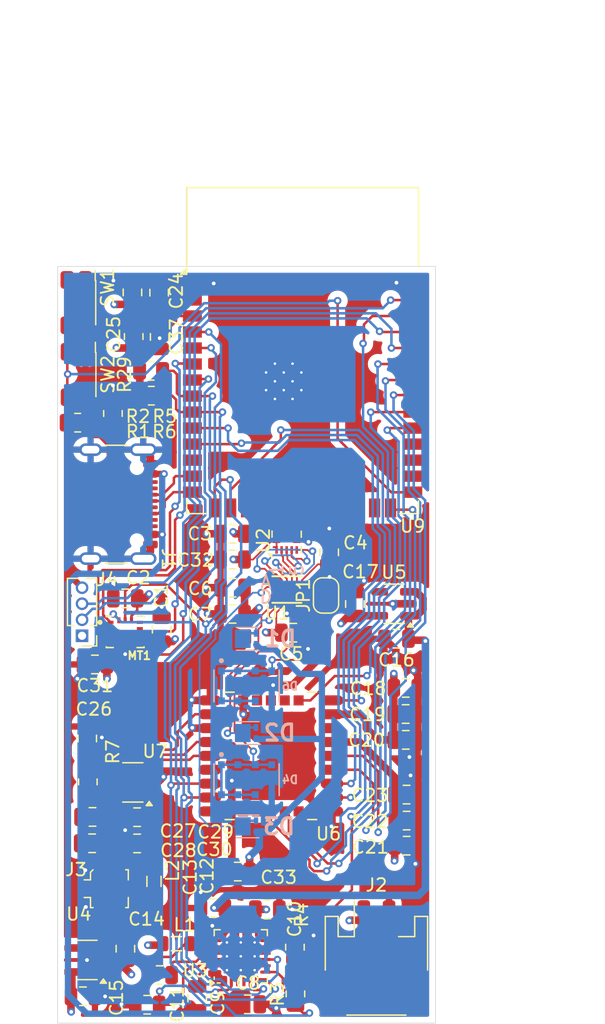
<source format=kicad_pcb>
(kicad_pcb (version 20241229) (generator "pcbnew") (generator_version "9.0")
  (layers (0 "F.Cu" signal) (4 "In1.Cu" signal) (6 "In2.Cu" signal) (2 "B.Cu" signal) (13 "F.Paste" user) (15 "B.Paste" user) (5 "F.SilkS" user "F.Silkscreen") (7 "B.SilkS" user "B.Silkscreen") (1 "F.Mask" user) (3 "B.Mask" user) (25 "Edge.Cuts" user))
  (net 0 "")
  (net 1 "+3.3V")
  (net 2 "GND")
  (net 3 "Net-(U1-VREF)")
  (net 4 "+1.8V")
  (net 5 "VBUS")
  (net 6 "Net-(U3-PMID)")
  (net 7 "+BATT")
  (net 8 "Net-(U3-REGN)")
  (net 9 "Vsys")
  (net 10 "Net-(U3-BTST)")
  (net 11 "Net-(C13-Pad1)")
  (net 12 "Net-(U6-RF_IN)")
  (net 13 "Net-(C27-Pad1)")
  (net 14 "Net-(J3-In)")
  (net 15 "Net-(U7-OUT)")
  (net 16 "Net-(U9-EN)")
  (net 17 "Net-(J1-CC2)")
  (net 18 "Net-(J1-CC1)")
  (net 19 "Net-(U3-TS)")
  (net 20 "SDA")
  (net 21 "SCL")
  (net 24 "Net-(U9-IO0)")
  (net 25 "MAX_MISO")
  (net 26 "MAX_CS")
  (net 27 "MAX_MOSI")
  (net 28 "MAX_MOSI_1_8")
  (net 29 "MAX_CS_1_8")
  (net 30 "MAX_SCLK_1_8")
  (net 31 "MAX_MISO_1_8")
  (net 32 "MAX_SCLK")
  (net 33 "INT_BAT")
  (net 35 "CE_BAT")
  (net 37 "PSEL_BAT")
  (net 43 "Net-(U6-ANT_ON)")
  (net 45 "Net-(U6-VDD_RF)")
  (net 47 "GPS_JAM")
  (net 48 "ICM_FSYNC")
  (net 51 "GPS_REQ")
  (net 52 "GPS_TX")
  (net 54 "ICM_INT2")
  (net 55 "GPS_RST")
  (net 58 "ICM_INT")
  (net 59 "GPS_PP1")
  (net 61 "GPS_SEL")
  (net 62 "Net-(J4-Pin_3)")
  (net 63 "GPS_RX")
  (net 64 "ICM_AD0")
  (net 65 "GPS_REF")
  (net 67 "Net-(J4-Pin_2)")
  (net 68 "D-")
  (net 69 "GPS_FIX")
  (net 70 "D+")
  (net 71 "Net-(U1-PD2_IN)")
  (net 73 "Net-(D2-K)")
  (net 74 "Net-(D1-K)")
  (net 75 "Net-(D3-K)")
  (net 89 "Net-(U1-PD1_IN)")
  (net 90 "PD_GND")
  (footprint "Inductor_SMD:L_0805_2012Metric" (layer "F.Cu") (at 147.34 132.78 90)
    (property "Reference" "L2")
    (property "Value" "68nH" (hide yes))
  )
  (footprint "Resistor_SMD:R_0805_2012Metric" (layer "F.Cu") (at 158.53 137.9975 90)
    (property "Reference" "R4")
    (property "Value" "10k" (hide yes))
  )
  (footprint "Capacitor_SMD:C_0805_2012Metric" (layer "F.Cu") (at 147.75 86.1 90)
    (property "Reference" "C24")
    (property "Value" "22µ" (hide yes))
  )
  (footprint "Capacitor_SMD:C_0805_2012Metric" (layer "F.Cu") (at 146 127.69 180)
    (property "Reference" "C29")
    (property "Value" "100p" (hide yes))
  )
  (footprint "Capacitor_SMD:C_0805_2012Metric" (layer "F.Cu") (at 163.29 110.79 90)
    (property "Reference" "C17")
    (property "Value" "1µ" (hide yes))
  )
  (footprint "Resistor_SMD:R_0805_2012Metric" (layer "F.Cu") (at 145.73 89.58 90)
    (property "Reference" "R29")
    (property "Value" "10k" (hide yes))
  )
  (footprint "Connector_JST:JST_PH_S2B-PH-SM4-TB_1x02-1MP_P2.00mm_Horizontal" (layer "F.Cu") (at 165 138.87)
    (property "Reference" "J2")
    (property "Value" "S2B-PH-SM4-TB" (hide yes))
  )
  (footprint "RF_Module:ESP32-S3-WROOM-1" (layer "F.Cu") (at 159.14 90.67)
    (property "Reference" "U9")
    (property "Value" "ESP32-S3-WROOM-1-N16R8" (hide yes))
  )
  (footprint "Local:21-100134_N201A2-1_MXM" (layer "F.Cu") (at 157.89 109.64)
    (property "Reference" "U1")
    (property "Value" "MAX86141ENP+T" (hide yes))
  )
  (footprint "Capacitor_SMD:C_0805_2012Metric" (layer "F.Cu") (at 142.65 115.58 180)
    (property "Reference" "C31")
    (property "Value" "10n" (hide yes))
  )
  (footprint "Connector_PinHeader_1.27mm:PinHeader_1x04_P1.27mm_Vertical" (layer "F.Cu") (at 141.63 113.305 180)
    (property "Reference" "J4")
    (property "Value" "Conn_01x04" (hide yes))
  )
  (footprint "Capacitor_SMD:C_0805_2012Metric" (layer "F.Cu") (at 142.46 127.67)
    (property "Reference" "C27")
    (property "Value" "NC" (hide yes))
  )
  (footprint "Capacitor_SMD:C_0805_2012Metric" (layer "F.Cu") (at 142.04 121.45 90)
    (property "Reference" "C26")
    (property "Value" "NC" (hide yes))
  )
  (footprint "Capacitor_SMD:C_0805_2012Metric" (layer "F.Cu") (at 167.39 125.9)
    (property "Reference" "C23")
    (property "Value" "100n" (hide yes))
  )
  (footprint "Resistor_SMD:R_0805_2012Metric" (layer "F.Cu") (at 158.57 141.7 90)
    (property "Reference" "R3")
    (property "Value" "10k" (hide yes))
  )
  (footprint "Jumper:SolderJumper-2_P1.3mm_Bridged2Bar_RoundedPad1.0x1.5mm" (layer "F.Cu") (at 161 110.11 90)
    (property "Reference" "JP1")
    (property "Value" "SolderJumper_2_Bridged" (hide yes))
  )
  (footprint "Resistor_SMD:R_0805_2012Metric" (layer "F.Cu") (at 147.13 94.27)
    (property "Reference" "R6")
    (property "Value" "10k" (hide yes))
  )
  (footprint "Capacitor_SMD:C_0805_2012Metric" (layer "F.Cu") (at 153.57 105.22 180)
    (property "Reference" "C3")
    (property "Value" "100n" (hide yes))
  )
  (footprint "Capacitor_SMD:C_0805_2012Metric" (layer "F.Cu") (at 167.32 119.51)
    (property "Reference" "C19")
    (property "Value" "100n" (hide yes))
  )
  (footprint "Resistor_SMD:R_0805_2012Metric" (layer "F.Cu") (at 141.28 96.41 180)
    (property "Reference" "R1")
    (property "Value" "5.1k" (hide yes))
  )
  (footprint "Capacitor_SMD:C_0805_2012Metric" (layer "F.Cu") (at 156.34 135)
    (property "Reference" "C10")
    (property "Value" "10µ" (hide yes))
  )
  (footprint "Package_DFN_QFN:Texas_RTW_WQFN-24-1EP_4x4mm_P0.5mm_EP2.7x2.7mm_ThermalVias" (layer "F.Cu") (at 154.23 138.7225 90)
    (property "Reference" "U3")
    (property "Value" "BQ25601" (hide yes))
  )
  (footprint "Resistor_SMD:R_0805_2012Metric" (layer "F.Cu") (at 147.11 92.3)
    (property "Reference" "R5")
    (property "Value" "10k" (hide yes))
  )
  (footprint "Capacitor_SMD:C_0805_2012Metric" (layer "F.Cu") (at 147.79 140.21)
    (property "Reference" "C13")
    (property "Value" "47n" (hide yes))
  )
  (footprint "Capacitor_SMD:C_0805_2012Metric" (layer "F.Cu") (at 153.58 111.57 180)
    (property "Reference" "C7")
    (property "Value" "22µ" (hide yes))
  )
  (footprint "Capacitor_SMD:C_0805_2012Metric" (layer "F.Cu") (at 141.7 141.89)
    (property "Reference" "C15")
    (property "Value" "1µ" (hide yes))
  )
  (footprint "Capacitor_SMD:C_0805_2012Metric" (layer "F.Cu") (at 167.4 129.95)
    (property "Reference" "C21")
    (property "Value" "33p" (hide yes))
  )
  (footprint "Capacitor_SMD:C_0805_2012Metric" (layer "F.Cu") (at 154.79 142.53)
    (property "Reference" "C8")
    (property "Value" "1µ" (hide yes))
  )
  (footprint "Capacitor_SMD:C_0805_2012Metric" (layer "F.Cu") (at 147.95 112.82 90)
    (property "Reference" "C1")
    (property "Value" "100n" (hide yes))
  )
  (footprint "Local:XCVR_LC76G" (layer "F.Cu") (at 156.62 122.83 180)
    (property "Reference" "U6")
    (property "Value" "LC76GPAMD" (hide yes))
  )
  (footprint "Capacitor_SMD:C_0805_2012Metric" (layer "F.Cu") (at 158.4 113.06)
    (property "Reference" "C5")
    (property "Value" "1µ" (hide yes))
  )
  (footprint "Capacitor_SMD:C_0805_2012Metric" (layer "F.Cu") (at 153.99 132 180)
    (property "Reference" "C33")
    (property "Value" "10µ" (hide yes))
  )
  (footprint "Capacitor_SMD:C_0805_2012Metric" (layer "F.Cu") (at 145.07 138.12 90)
    (property "Reference" "C14")
    (property "Value" "1µ" (hide yes))
  )
  (footprint "Capacitor_SMD:C_0805_2012Metric" (layer "F.Cu") (at 166.59 113.54 180)
    (property "Reference" "C16")
    (property "Value" "1µ" (hide yes))
  )
  (footprint "Package_TO_SOT_SMD:SOT-23-5" (layer "F.Cu") (at 145.66 124.9325 180)
    (property "Reference" "U7")
    (property "Value" "AP22804AW5-7" (hide yes))
  )
  (footprint "Capacitor_SMD:C_0805_2012Metric" (layer "F.Cu") (at 167.33 117.44)
    (property "Reference" "C18")
    (property "Value" "10µ" (hide yes))
  )
  (footprint "Local:XDCR_ICM-42670-P" (layer "F.Cu") (at 145.0525 112.99)
    (property "Reference" "MT1")
    (property "Value" "ICM-42670-P" (hide yes))
  )
  (footprint "Inductor_SMD:L_0805_2012Metric" (layer "F.Cu") (at 149.12 137.72 180)
    (property "Reference" "L1")
    (property "Value" "1µ" (hide yes))
  )
  (footprint "Capacitor_SMD:C_0805_2012Metric" (layer "F.Cu") (at 147.79 89.61 -90)
    (property "Reference" "C37")
    (property "Value" "1µ" (hide yes))
  )
  (footprint "Package_TO_SOT_SMD:SOT-23-5" (layer "F.Cu") (at 142.02 139.0125 180)
    (property "Reference" "U4")
    (property "Value" "XC6210B332MR" (hide yes))
  )
  (footprint "Button_Switch_SMD:SW_SPST_EVQP7A" (layer "F.Cu") (at 141.165 86.89 -90)
    (property "Reference" "SW1")
    (property "Value" "EVQ-P7A01P" (hide yes))
  )
  (footprint "Capacitor_SMD:C_0805_2012Metric" (layer "F.Cu") (at 152.02 134.89 180)
    (property "Reference" "C12")
    (property "Value" "10µ" (hide yes))
  )
  (footprint "Resistor_SMD:R_0805_2012Metric" (layer "F.Cu") (at 142.09 124.89 90)
    (property "Reference" "R7")
    (property "Value" "0" (hide yes))
  )
  (footprint "Capacitor_SMD:C_0805_2012Metric" (layer "F.Cu") (at 153.58 107.26 180)
    (property "Reference" "C32")
    (property "Value" "100n" (hide yes))
  )
  (footprint "Capacitor_SMD:C_0805_2012Metric" (layer "F.Cu") (at 146.8 142.56 180)
    (property "Reference" "C11")
    (property "Value" "4.7µ" (hide yes))
  )
  (footprint "Capacitor_SMD:C_0805_2012Metric" (layer "F.Cu") (at 145.06 110.34 180)
    (property "Reference" "C2")
    (property "Value" "2.2µ" (hide yes))
  )
  (footprint "Connector_Coaxial:U.FL_Molex_MCRF_73412-0110_Vertical" (layer "F.Cu") (at 143.8 133.36 90)
    (property "Reference" "J3")
    (property "Value" "73412-0110" (hide yes))
  )
  (footprint "Capacitor_SMD:C_0805_2012Metric" (layer "F.Cu") (at 167.33 121.56)
    (property "Reference" "C20")
    (property "Value" "33p" (hide yes))
  )
  (footprint "Capacitor_SMD:C_0805_2012Metric" (layer "F.Cu") (at 167.4 127.96)
    (property "Reference" "C22")
    (property "Value" "10µ" (hide yes))
  )
  (footprint "Capacitor_SMD:C_0805_2012Metric" (layer "F.Cu") (at 161.25 106.69 90)
    (property "Reference" "C4")
    (property "Value" "10µ" (hide yes))
  )
  (footprint "Capacitor_SMD:C_0805_2012Metric" (layer "F.Cu") (at 142.43 129.76 180)
    (property "Reference" "C28")
    (property "Value" "100p" (hide yes))
  )
  (footprint "Connector_USB:USB_C_Receptacle_GCT_USB4105-xx-A_16P_TopMnt_Horizontal" (layer "F.Cu") (at 143.38 102.87 -90)
    (property "Reference" "J1")
    (property "Value" "USB4105-GF-A-120" (hide yes))
  )
  (footprint "Capacitor_SMD:C_0805_2012Metric" (layer "F.Cu") (at 146 129.77 180)
    (property "Reference" "C30")
    (property "Value" "100n" (hide yes))
  )
  (footprint "Package_DFN_QFN:Texas_R-PUQFN-N12" (layer "F.Cu") (at 157.8725 105.8525 90)
    (property "Reference" "U2")
    (property "Value" "TXB0304RUTR" (hide yes))
  )
  (footprint "Capacitor_SMD:C_0805_2012Metric" (layer "F.Cu") (at 150.77 142.06 -90)
    (property "Reference" "C9")
    (property "Value" "10µ" (hide yes))
  )
  (footprint "Package_TO_SOT_SMD:SOT-23-5" (layer "F.Cu") (at 166.4 110.77 180)
    (property "Reference" "U5")
    (property "Value" "XC6210B182MR" (hide yes))
  )
  (footprint "Resistor_SMD:R_0805_2012Metric" (layer "F.Cu") (at 144.08 95.68 90)
    (property "Reference" "R2")
    (property "Value" "5.1k" (hide yes))
  )
  (footprint "Capacitor_SMD:C_0805_2012Metric" (layer "F.Cu") (at 153.58 109.49 180)
    (property "Reference" "C6")
    (property "Value" "22µ" (hide yes))
  )
  (footprint "Button_Switch_SMD:SW_SPST_EVQP7A" (layer "F.Cu") (at 141.18 92.59 -90)
    (property "Reference" "SW2")
    (property "Value" "EVQ-P7A01P" (hide yes))
  )
  (footprint "Capacitor_SMD:C_0805_2012Metric" (layer "F.Cu") (at 145.63 86.08 90)
    (property "Reference" "C25")
    (property "Value" "100n" (hide yes))
  )
  (footprint "Local:XDCR_VEMD8080" (layer "B.Cu") (at 154.69 117.28 -90)
    (property "Reference" "D6")
    (property "Value" "VEMD8080" (hide yes))
  )
  (footprint "Local:CTDBLP31126C5D56J6U620R18" (layer "B.Cu") (at 154.69 121.02 180)
    (property "Reference" "D2")
    (property "Value" "CT DBLP31.12-6C5D-56-J6U6-20-R18" (hide yes))
  )
  (footprint "Local:CTDBLP31126C5D56J6U620R18" (layer "B.Cu") (at 154.69 113.55 180)
    (property "Reference" "D1")
    (property "Value" "CT DBLP31.12-6C5D-56-J6U6-20-R18" (hide yes))
  )
  (footprint "Local:XDCR_VEMD8080" (layer "B.Cu") (at 154.69 124.72 -90)
    (property "Reference" "D4")
    (property "Value" "VEMD8080" (hide yes))
  )
  (footprint "Local:CTDBLP31126C5D56J6U620R18" (layer "B.Cu") (at 154.69 128.42 180)
    (property "Reference" "D3")
    (property "Value" "CT DBLP31.12-6C5D-56-J6U6-20-R18" (hide yes))
  )
  (gr_rect (start 139.69 84.02) (end 169.69 144.02) (stroke (width 0.05)) (fill no) (layer "Edge.Cuts"))
  (segment (start 166.45 127.96) (end 166.45 125.91) (width 0.6) (layer "F.Cu") (net 1))
  (segment (start 155.691949 111.071949) (end 155.193898 111.57) (width 0.6) (layer "F.Cu") (net 1))
  (segment (start 163.66 121.73) (end 161.47 121.73) (width 0.6) (layer "F.Cu") (net 1))
  (segment (start 149.02 113.56) (end 148.81 113.77) (width 0.6) (layer "F.Cu") (net 1))
  (segment (start 164.19 120.04) (end 163.68 119.53) (width 0.6) (layer "F.Cu") (net 1))
  (segment (start 143.9 114.73) (end 143.9 115.34) (width 0.2) (layer "F.Cu") (net 1))
  (segment (start 146.1975 90.96) (end 145.73 90.4925) (width 0.6) (layer "F.Cu") (net 1))
  (segment (start 147.75 87.05) (end 145.65 87.05) (width 0.6) (layer "F.Cu") (net 1))
  (segment (start 166.37 121.55) (end 166.38 121.56) (width 0.6) (layer "F.Cu") (net 1))
  (segment (start 144.15 114.48) (end 143.9 114.73) (width 0.2) (layer "F.Cu") (net 1))
  (segment (start 166.37 119.51) (end 166.37 121.55) (width 0.6) (layer "F.Cu") (net 1))
  (segment (start 148.81 113.77) (end 147.95 113.77) (width 0.6) (layer "F.Cu") (net 1))
  (segment (start 166.38 116.3) (end 166.38 117.44) (width 0.6) (layer "F.Cu") (net 1))
  (segment (start 154.94 132) (end 154.94 130.9) (width 0.6) (layer "F.Cu") (net 1))
  (segment (start 145.73 90.4925) (end 144.3825 90.4925) (width 0.6) (layer "F.Cu") (net 1))
  (segment (start 143.6 115.58) (end 143.6 116.69) (width 0.6) (layer "F.Cu") (net 1))
  (segment (start 154.52 105.22) (end 153.776513 105.22) (width 0.6) (layer "F.Cu") (net 1))
  (segment (start 164.19 120.63) (end 164.19 120.04) (width 0.6) (layer "F.Cu") (net 1))
  (segment (start 147.92 113.74) (end 147.95 113.77) (width 0.2) (layer "F.Cu") (net 1))
  (segment (start 150.38 86.67) (end 148.13 86.67) (width 0.6) (layer "F.Cu") (net 1))
  (segment (start 140.6625 139.97) (end 140.82 140.1275) (width 0.6) (layer "F.Cu") (net 1))
  (segment (start 144.5525 113.9025) (end 144.5525 114.2975) (width 0.2) (layer "F.Cu") (net 1))
  (segment (start 146.215 113.74) (end 147.92 113.74) (width 0.2) (layer "F.Cu") (net 1))
  (segment (start 163.68 119.53) (end 161.47 119.53) (width 0.6) (layer "F.Cu") (net 1))
  (segment (start 145.65 87.05) (end 145.63 87.03) (width 0.6) (layer "F.Cu") (net 1))
  (segment (start 150.39 86.68) (end 150.38 86.67) (width 0.6) (layer "F.Cu") (net 1))
  (segment (start 154.94 130.9) (end 154.89 130.85) (width 0.6) (layer "F.Cu") (net 1))
  (segment (start 166.38 121.56) (end 165.12 121.56) (width 0.6) (layer "F.Cu") (net 1))
  (segment (start 157.09 109.04) (end 154.98 109.04) (width 0.14) (layer "F.Cu") (net 1))
  (segment (start 144.3825 90.4925) (end 144.35 90.46) (width 0.6) (layer "F.Cu") (net 1))
  (segment (start 140.75 141.89) (end 140.75 143.11) (width 0.6) (layer "F.Cu") (net 1))
  (segment (start 146.01 111.28) (end 146.01 110.34) (width 0.2) (layer "F.Cu") (net 1))
  (segment (start 148.13 86.67) (end 147.75 87.05) (width 0.6) (layer "F.Cu") (net 1))
  (segment (start 166.38 119.5) (end 166.37 119.51) (width 0.6) (layer "F.Cu") (net 1))
  (segment (start 154.53 111.57) (end 154.53 109.49) (width 0.6) (layer "F.Cu") (net 1))
  (segment (start 166.44 124.51) (end 163.66 121.73) (width 0.6) (layer "F.Cu") (net 1))
  (segment (start 154.98 109.04) (end 154.53 109.49) (width 0.14) (layer "F.Cu") (net 1))
  (segment (start 144.5525 114.2975) (end 144.37 114.48) (width 0.2) (layer "F.Cu") (net 1))
  (segment (start 166.45 131.13) (end 166.43 131.15) (width 0.6) (layer "F.Cu") (net 1))
  (segment (start 145.63 87.03) (end 144.19 87.03) (width 0.6) (layer "F.Cu") (net 1))
  (segment (start 140.82 140.1275) (end 140.82 141.82) (width 0.6) (layer "F.Cu") (net 1))
  (segment (start 146.6 110.34) (end 146.01 110.34) (width 0.6) (layer "F.Cu") (net 1))
  (segment (start 166.44 125.9) (end 166.44 124.51) (width 0.6) (layer "F.Cu") (net 1))
  (segment (start 143.6 116.69) (end 143.62 116.71) (width 0.6) (layer "F.Cu") (net 1))
  (segment (start 146.1975 92.3) (end 146.1975 90.96) (width 0.6) (layer "F.Cu") (net 1))
  (segment (start 145.5525 111.7375) (end 146.01 111.28) (width 0.2) (layer "F.Cu") (net 1))
  (segment (start 166.38 117.44) (end 166.38 119.5) (width 0.6) (layer "F.Cu") (net 1))
  (segment (start 153.776513 105.22) (end 153.62 105.063487) (width 0.6) (layer "F.Cu") (net 1))
  (segment (start 140.82 141.82) (end 140.75 141.89) (width 0.6) (layer "F.Cu") (net 1))
  (segment (start 154.5375 105.2025) (end 154.52 105.22) (width 0.14) (layer "F.Cu") (net 1))
  (segment (start 157.0725 105.2025) (end 154.5375 105.2025) (width 0.14) (layer "F.Cu") (net 1))
  (segment (start 165.12 121.56) (end 164.19 120.63) (width 0.6) (layer "F.Cu") (net 1))
  (segment (start 166.45 125.91) (end 166.44 125.9) (width 0.6) (layer "F.Cu") (net 1))
  (segment (start 144.19 87.03) (end 144.18 87.04) (width 0.6) (layer "F.Cu") (net 1))
  (segment (start 146.2175 92.32) (end 146.1975 92.3) (width 0.6) (layer "F.Cu") (net 1))
  (segment (start 166.45 129.95) (end 166.45 131.13) (width 0.6) (layer "F.Cu") (net 1))
  (segment (start 140.75 143.11) (end 140.77 143.13) (width 0.6) (layer "F.Cu") (net 1))
  (segment (start 166.45 129.95) (end 166.45 127.96) (width 0.6) (layer "F.Cu") (net 1))
  (segment (start 146.2175 94.27) (end 146.2175 92.32) (width 0.6) (layer "F.Cu") (net 1))
  (segment (start 144.37 114.48) (end 144.15 114.48) (width 0.2) (layer "F.Cu") (net 1))
  (segment (start 146.95 109.99) (end 146.6 110.34) (width 0.6) (layer "F.Cu") (net 1))
  (segment (start 145.5525 112.0775) (end 145.5525 111.7375) (width 0.2) (layer "F.Cu") (net 1))
  (segment (start 155.193898 111.57) (end 154.53 111.57) (width 0.6) (layer "F.Cu") (net 1))
  (via (at 144.18 87.04) (size 0.6) (drill 0.3) (layers "F.Cu" "B.Cu") (net 1))
  (via (at 155.691949 111.071949) (size 0.6) (drill 0.3) (layers "F.Cu" "B.Cu") (net 1))
  (via (at 154.89 130.85) (size 0.6) (drill 0.3) (layers "F.Cu" "B.Cu") (net 1))
  (via (at 143.62 116.71) (size 0.6) (drill 0.3) (layers "F.Cu" "B.Cu") (net 1))
  (via (at 146.95 109.99) (size 0.6) (drill 0.3) (layers "F.Cu" "B.Cu") (net 1))
  (via (at 166.38 116.3) (size 0.6) (drill 0.3) (layers "F.Cu" "B.Cu") (net 1))
  (via (at 149.02 113.56) (size 0.6) (drill 0.3) (layers "F.Cu" "B.Cu") (net 1))
  (via (at 166.43 131.15) (size 0.6) (drill 0.3) (layers "F.Cu" "B.Cu") (net 1))
  (via (at 144.35 90.46) (size 0.6) (drill 0.3) (layers "F.Cu" "B.Cu") (net 1))
  (via (at 140.77 143.13) (size 0.6) (drill 0.3) (layers "F.Cu" "B.Cu") (net 1))
  (via (at 153.62 105.063487) (size 0.6) (drill 0.3) (layers "F.Cu" "B.Cu") (net 1))
  (segment (start 155.466 121.49) (end 160.66 121.49) (width 0.5) (layer "B.Cu") (net 1))
  (segment (start 155.466 121.465) (end 155.466 121.49) (width 0.5) (layer "B.Cu") (net 1))
  (segment (start 155.805 114.36) (end 155.466 114.021) (width 0.5) (layer "B.Cu") (net 1))
  (segment (start 155.73 128.865) (end 156.325 128.865) (width 0.6) (layer "B.Cu") (net 1))
  (segment (start 156.325 128.865) (end 155.466 128.865) (width 0.5) (layer "B.Cu") (net 1))
  (segment (start 160.67 121.5) (end 160.67 124.52) (width 0.5) (layer "B.Cu") (net 1))
  (segment (start 155.7 128.895) (end 155.73 128.865) (width 0.6) (layer "B.Cu") (net 1))
  (segment (start 160.66 121.49) (end 160.67 121.5) (width 0.5) (layer "B.Cu") (net 1))
  (segment (start 160.67 124.52) (end 156.325 128.865) (width 0.5) (layer "B.Cu") (net 1))
  (segment (start 160.67 116.33) (end 158.892075 116.33) (width 0.5) (layer "B.Cu") (net 1))
  (segment (start 155.466 114.021) (end 155.466 113.995) (width 0.5) (layer "B.Cu") (net 1))
  (segment (start 156.922075 114.36) (end 155.805 114.36) (width 0.5) (layer "B.Cu") (net 1))
  (segment (start 155.7 130.04) (end 155.7 128.895) (width 0.6) (layer "B.Cu") (net 1))
  (segment (start 160.67 116.33) (end 160.67 121.5) (width 0.5) (layer "B.Cu") (net 1))
  (segment (start 154.89 130.85) (end 155.7 130.04) (width 0.6) (layer "B.Cu") (net 1))
  (segment (start 158.892075 116.33) (end 156.922075 114.36) (width 0.5) (layer "B.Cu") (net 1))
  (segment (start 151.5 105.23) (end 151.62 105.23) (width 0.6) (layer "F.Cu") (net 2))
  (segment (start 142.02 139.02) (end 142.9375 139.02) (width 0.6) (layer "F.Cu") (net 2))
  (segment (start 157.89 109.84) (end 157.89 110.24) (width 0.14) (layer "F.Cu") (net 2))
  (segment (start 168.34 125.9) (end 168.34 127.95) (width 0.6) (layer "F.Cu") (net 2))
  (segment (start 154.42 119.52) (end 154.43 119.53) (width 0.6) (layer "F.Cu") (net 2))
  (segment (start 141.895 131.885) (end 141.89 131.89) (width 0.6) (layer "F.Cu") (net 2))
  (segment (start 158.29 109.84) (end 157.89 109.84) (width 0.14) (layer "F.Cu") (net 2))
  (segment (start 145.013341 114.721995) (end 145.013341 114.67056) (width 0.2) (layer "F.Cu") (net 2))
  (segment (start 147.06 106.07) (end 147.06 106.615) (width 0.6) (layer "F.Cu") (net 2))
  (segment (start 143.41 127.67) (end 145.03 127.67) (width 0.6) (layer "F.Cu") (net 2))
  (segment (start 152.98 136.76) (end 152.43 136.76) (width 0.6) (layer "F.Cu") (net 2))
  (segment (start 154.42 118.43) (end 154.42 119.52) (width 0.6) (layer "F.Cu") (net 2))
  (segment (start 167.94 116.05) (end 168.28 116.39) (width 0.6) (layer "F.Cu") (net 2))
  (segment (start 161.47 128.38) (end 161.43 128.42) (width 0.6) (layer "F.Cu") (net 2))
  (segment (start 150.41 120.63) (end 150.38 120.6) (width 0.6) (layer "F.Cu") (net 2))
  (segment (start 152.43 136.76) (end 151.97 136.3) (width 0.6) (layer "F.Cu") (net 2))
  (segment (start 151.63 105.22) (end 152.62 105.22) (width 0.6) (layer "F.Cu") (net 2))
  (segment (start 143.8 131.885) (end 141.895 131.885) (width 0.6) (layer "F.Cu") (net 2))
  (segment (start 143.46 141.9) (end 143.45 141.89) (width 0.6) (layer "F.Cu") (net 2))
  (segment (start 159.6025 105.8525) (end 159.61 105.86) (width 0.14) (layer "F.Cu") (net 2))
  (segment (start 161.25 104.81) (end 161.26 104.8) (width 0.6) (layer "F.Cu") (net 2))
  (segment (start 166.54 114.44) (end 165.64 113.54) (width 0.6) (layer "F.Cu") (net 2))
  (segment (start 168.34 127.95) (end 168.35 127.96) (width 0.6) (layer "F.Cu") (net 2))
  (segment (start 150.39 85.41) (end 152.04 85.41) (width 0.6) (layer "F.Cu") (net 2))
  (segment (start 147.06 106.615) (end 146.485 107.19) (width 0.6) (layer "F.Cu") (net 2))
  (segment (start 157.29 135) (end 158.31 135) (width 0.6) (layer "F.Cu") (net 2))
  (segment (start 168.35 130.76) (end 168.35 129.95) (width 0.6) (layer "F.Cu") (net 2))
  (segment (start 147.06 99.67) (end 147.06 99.125) (width 0.6) (layer "F.Cu") (net 2))
  (segment (start 147.06 99.125) (end 146.485 98.55) (width 0.6) (layer "F.Cu") (net 2))
  (segment (start 156.49 142.53) (end 155.74 142.53) (width 0.6) (layer "F.Cu") (net 2))
  (segment (start 145.013341 114.67056) (end 145.0525 114.631401) (width 0.2) (layer "F.Cu") (net 2))
  (segment (start 168.28 117.44) (end 168.28 119.5) (width 0.6) (layer "F.Cu") (net 2))
  (segment (start 168.28 121.56) (end 168.28 122.26) (width 0.6) (layer "F.Cu") (net 2))
  (segment (start 145.65 85.15) (end 145.63 85.13) (width 0.6) (layer "F.Cu") (net 2))
  (segment (start 161.28 108.64) (end 161.2625 108.6575) (width 0.6) (layer "F.Cu") (net 2))
  (segment (start 147.96 111.86) (end 147.95 111.87) (width 0.6) (layer "F.Cu") (net 2))
  (segment (start 151.61 111.57) (end 151.59 111.55) (width 0.6) (layer "F.Cu") (net 2))
  (segment (start 145.0525 114.631401) (end 145.0525 113.9025) (width 0.2) (layer "F.Cu") (net 2))
  (segment (start 145.055152 114.763806) (end 145.013341 114.721995) (width 0.2) (layer "F.Cu") (net 2))
  (segment (start 147.75 85.15) (end 145.65 85.15) (width 0.6) (layer "F.Cu") (net 2))
  (segment (start 145.03 127.67) (end 145.05 127.69) (width 0.6) (layer "F.Cu") (net 2))
  (segment (start 153.48 136.76) (end 152.98 136.76) (width 0.2) (layer "F.Cu") (net 2))
  (segment (start 164.011535 108.941535) (end 163.29 109.66307) (width 0.6) (layer "F.Cu") (net 2))
  (segment (start 156.779 142.819) (end 156.49 142.53) (width 0.6) (layer "F.Cu") (net 2))
  (segment (start 158.6725 105.8525) (end 159.6025 105.8525) (width 0.14) (layer "F.Cu") (net 2))
  (segment (start 166.69 85.41) (end 166.59 85.31) (width 0.6) (layer "F.Cu") (net 2))
  (segment (start 168.28 119.5) (end 168.27 119.51) (width 0.6) (layer "F.Cu") (net 2))
  (segment (start 151.07 133.66) (end 151.05 133.64) (width 0.6) (layer "F.Cu") (net 2))
  (segment (start 144.801 142.56) (end 144.76 142.519) (width 0.6) (layer "F.Cu") (net 2))
  (segment (start 168.27 121.55) (end 168.28 121.56) (width 0.6) (layer "F.Cu") (net 2))
  (segment (start 145.63 85.13) (end 144.13 85.13) (width 0.6) (layer "F.Cu") (net 2))
  (segment (start 168.27 119.51) (end 168.27 121.55) (width 0.6) (layer "F.Cu") (net 2))
  (segment (start 168.089 131.021) (end 168.35 130.76) (width 0.6) (layer "F.Cu") (net 2))
  (segment (start 146.7975 124.9325) (end 147.6475 124.9325) (width 0.6) (layer "F.Cu") (net 2))
  (segment (start 157.05 142.819) (end 156.779 142.819) (width 0.6) (layer "F.Cu") (net 2))
  (segment (start 168.089 131.39) (end 168.089 131.021) (width 0.6) (layer "F.Cu") (net 2))
  (segment (start 151.55 107.26) (end 151.53 107.24) (width 0.6) (layer "F.Cu") (net 2))
  (segment (start 159.57 114.35) (end 159.57 113.28) (width 0.6) (layer "F.Cu") (net 2))
  (segment (start 147.79 90.56) (end 147.79 89.71) (width 0.6) (layer "F.Cu") (net 2))
  (segment (start 168.34 125.01) (end 167.71 124.38) (width 0.6) (layer "F.Cu") (net 2))
  (segment (start 150.279 142.519) (end 150.77 143.01) (width 0.6) (layer "F.Cu") (net 2))
  (segment (start 151.46 109.49) (end 152.63 109.49) (width 0.6) (layer "F.Cu") (net 2))
  (segment (start 168.28 122.26) (end 167.62 122.92) (width 0.6) (layer "F.Cu") (net 2))
  (segment (start 145.85 142.56) (end 144.801 142.56) (width 0.6) (layer "F.Cu") (net 2))
  (segment (start 151.77 118.43) (end 150.37 118.43) (width 0.6) (layer "F.Cu") (net 2))
  (segment (start 161.25 105.74) (end 161.25 104.81) (width 0.6) (layer "F.Cu") (net 2))
  (segment (start 158.53 137.085) (end 159.995 137.085) (width 0.6) (layer "F.Cu") (net 2))
  (segment (start 159.995 137.085) (end 160.01 137.07) (width 0.6) (layer "F.Cu") (net 2))
  (segment (start 157.89 111.53) (end 157.89 110.24) (width 0.14) (layer "F.Cu") (net 2))
  (segment (start 168.35 127.96) (end 168.35 129.95) (width 0.6) (layer "F.Cu") (net 2))
  (segment (start 147.6475 124.9325) (end 148.09 124.49) (width 0.6) (layer "F.Cu") (net 2))
  (segment (start 141.7 115.58) (end 141.7 116.27) (width 0.6) (layer "F.Cu") (net 2))
  (segment (start 151.07 134.89) (end 151.07 133.66) (width 0.6) (layer "F.Cu") (net 2))
  (segment (start 167.5375 110.77) (end 166.29 110.77) (width 0.6) (layer "F.Cu") (net 2))
  (segment (start 145.05 128.72) (end 145.05 127.69) (width 0.6) (layer "F.Cu") (net 2))
  (segment (start 141.7 116.27) (end 141.26 116.71) (width 0.6) (layer "F.Cu") (net 2))
  (segment (start 161.2625 108.6575) (end 161.2625 109.1975) (width 0.6) (layer "F.Cu") (net 2))
  (segment (start 145.05 129.77) (end 145.05 128.72) (width 0.6) (layer "F.Cu") (net 2))
  (segment (start 152.63 111.57) (end 151.61 111.57) (width 0.6) (layer "F.Cu") (net 2))
  (segment (start 166.54 114.87) (end 166.54 114.44) (width 0.6) (layer "F.Cu") (net 2))
  (segment (start 163.29 109.66307) (end 163.29 109.84) (width 0.6) (layer "F.Cu") (net 2))
  (segment (start 150.37 118.43) (end 150.33 118.39) (width 0.6) (layer "F.Cu") (net 2))
  (segment (start 152.63 107.26) (end 151.55 107.26) (width 0.6) (layer "F.Cu") (net 2))
  (segment (start 152.04 85.41) (end 152.08 85.37) (width 0.6) (layer "F.Cu") (net 2))
  (segment (start 168.34 125.9) (end 168.34 125.01) (width 0.6) (layer "F.Cu") (net 2))
  (segment (start 142.04 120.5) (end 142.33 120.5) (width 0.6) (layer "F.Cu") (net 2))
  (segment (start 161.2625 109.1975) (end 161 109.46) (width 0.6) (layer "F.Cu") (net 2))
  (segment (start 144.08 94.7675) (end 144.08 93.45) (width 0.6) (layer "F.Cu") (net 2))
  (segment (start 168.28 116.39) (end 168.28 117.44) (width 0.6) (layer "F.Cu") (net 2))
  (segment (start 149.65 142.519) (end 150.279 142.519) (width 0.6) (layer "F.Cu") (net 2))
  (segment (start 167.89 85.41) (end 166.69 85.41) (width 0.6) (layer "F.Cu") (net 2))
  (segment (start 147.96 111.02) (end 147.96 111.86) (width 0.6) (layer "F.Cu") (net 2))
  (segment (start 143.8 134.835) (end 141.955 134.835) (width 0.6) (layer "F.Cu") (net 2))
  (segment (start 143.45 141.89) (end 142.65 141.89) (width 0.6) (layer "F.Cu") (net 2))
  (segment (start 151.77 120.63) (end 150.41 120.63) (width 0.6) (layer "F.Cu") (net 2))
  (segment (start 144.11 110.34) (end 144.11 109.15) (width 0.6) (layer "F.Cu") (net 2))
  (segment (start 141.955 134.835) (end 141.93 134.81) (width 0.6) (layer "F.Cu") (net 2))
  (segment (start 151.62 105.23) (end 151.63 105.22) (width 0.6) (layer "F.Cu") (net 2))
  (segment (start 159.57 113.28) (end 159.35 113.06) (width 0.6) (layer "F.Cu") (net 2))
  (segment (start 144.11 109.15) (end 144.1 109.14) (width 0.6) (layer "F.Cu") (net 2))
  (segment (start 142.33 120.5) (end 143.2 121.37) (width 0.6) (layer "F.Cu") (net 2))
  (segment (start 161.47 127.23) (end 161.47 128.38) (width 0.6) (layer "F.Cu") (net 2))
  (segment (start 144.13 85.13) (end 144.12 85.14) (width 0.6) (layer "F.Cu") (net 2))
  (via (at 166.54 114.87) (size 0.6) (drill 0.3) (layers "F.Cu" "B.Cu") (net 2))
  (via (at 151.5 105.23) (size 0.6) (drill 0.3) (layers "F.Cu" "B.Cu") (net 2))
  (via (at 160.01 137.07) (size 0.6) (drill 0.3) (layers "F.Cu" "B.Cu") (net 2))
  (via (at 149.65 142.519) (size 0.6) (drill 0.3) (layers "F.Cu" "B.Cu") (net 2))
  (via (at 157.89 111.53) (size 0.6) (drill 0.3) (layers "F.Cu" "B.Cu") (net 2))
  (via (at 142.02 139.02) (size 0.6) (drill 0.3) (layers "F.Cu" "B.Cu") (net 2))
  (via (at 150.38 120.6) (size 0.6) (drill 0.3) (layers "F.Cu" "B.Cu") (net 2))
  (via (at 144.76 142.519) (size 0.6) (drill 0.3) (layers "F.Cu" "B.Cu") (net 2))
  (via (at 152.08 85.37) (size 0.6) (drill 0.3) (layers "F.Cu" "B.Cu") (net 2))
  (via (at 159.61 105.86) (size 0.6) (drill 0.3) (layers "F.Cu" "B.Cu") (net 2))
  (via (at 167.62 122.92) (size 0.6) (drill 0.3) (layers "F.Cu" "B.Cu") (net 2))
  (via (at 166.59 85.31) (size 0.6) (drill 0.3) (layers "F.Cu" "B.Cu") (net 2))
  (via (at 144.08 93.45) (size 0.6) (drill 0.3) (layers "F.Cu" "B.Cu") (net 2))
  (via (at 143.2 121.37) (size 0.6) (drill 0.3) (layers "F.Cu" "B.Cu") (net 2))
  (via (at 161.28 108.64) (size 0.6) (drill 0.3) (layers "F.Cu" "B.Cu") (net 2))
  (via (at 147.96 111.02) (size 0.6) (drill 0.3) (layers "F.Cu" "B.Cu") (net 2))
  (via (at 151.05 133.64) (size 0.6) (drill 0.3) (layers "F.Cu" "B.Cu") (net 2))
  (via (at 154.43 119.53) (size 0.6) (drill 0.3) (layers "F.Cu" "B.Cu") (net 2))
  (via (at 158.31 135) (size 0.6) (drill 0.3) (layers "F.Cu" "B.Cu") (net 2))
  (via (at 141.26 116.71) (size 0.6) (drill 0.3) (layers "F.Cu" "B.Cu") (net 2))
  (via (at 161.43 128.42) (size 0.6) (drill 0.3) (layers "F.Cu" "B.Cu") (net 2))
  (via (at 141.89 131.89) (size 0.6) (drill 0.3) (layers "F.Cu" "B.Cu") (net 2))
  (via (at 141.93 134.81) (size 0.6) (drill 0.3) (layers "F.Cu" "B.Cu") (net 2))
  (via (at 167.94 116.05) (size 0.6) (drill 0.3) (layers "F.Cu" "B.Cu") (net 2))
  (via (at 145.055152 114.763806) (size 0.6) (drill 0.3) (layers "F.Cu" "B.Cu") (net 2))
  (via (at 157.05 142.819) (size 0.6) (drill 0.3) (layers "F.Cu" "B.Cu") (net 2))
  (via (at 166.29 110.77) (size 0.6) (drill 0.3) (layers "F.Cu" "B.Cu") (net 2))
  (via (at 151.59 111.55) (size 0.6) (drill 0.3) (layers "F.Cu" "B.Cu") (net 2))
  (via (at 151.46 109.49) (size 0.6) (drill 0.3) (layers "F.Cu" "B.Cu") (net 2))
  (via (at 150.33 118.39) (size 0.6) (drill 0.3) (layers "F.Cu" "B.Cu") (net 2))
  (via (at 167.71 124.38) (size 0.6) (drill 0.3) (layers "F.Cu" "B.Cu") (net 2))
  (via (at 143.46 141.9) (size 0.6) (drill 0.3) (layers "F.Cu" "B.Cu") (net 2))
  (via (at 144.12 85.14) (size 0.6) (drill 0.3) (layers "F.Cu" "B.Cu") (net 2))
  (via (at 151.53 107.24) (size 0.6) (drill 0.3) (layers "F.Cu" "B.Cu") (net 2))
  (via (at 148.09 124.49) (size 0.6) (drill 0.3) (layers "F.Cu" "B.Cu") (net 2))
  (via (at 168.089 131.39) (size 0.6) (drill 0.3) (layers "F.Cu" "B.Cu") (net 2))
  (via (at 164.011535 108.941535) (size 0.6) (drill 0.3) (layers "F.Cu" "B.Cu") (net 2))
  (via (at 145.05 128.72) (size 0.6) (drill 0.3) (layers "F.Cu" "B.Cu") (net 2))
  (via (at 144.1 109.14) (size 0.6) (drill 0.3) (layers "F.Cu" "B.Cu") (net 2))
  (via (at 159.57 114.35) (size 0.6) (drill 0.3) (layers "F.Cu" "B.Cu") (net 2))
  (via (at 147.79 89.71) (size 0.6) (drill 0.3) (layers "F.Cu" "B.Cu") (net 2))
  (via (at 161.26 104.8) (size 0.6) (drill 0.3) (layers "F.Cu" "B.Cu") (net 2))
  (via (at 151.97 136.3) (size 0.6) (drill 0.3) (layers "F.Cu" "B.Cu") (net 2))
  (segment (start 160.35 107.64) (end 161.25 107.64) (width 0.14) (layer "F.Cu") (net 3))
  (segment (start 158.69 109.438) (end 158.854857 109.438) (width 0.14) (layer "F.Cu") (net 3))
  (segment (start 158.854857 109.438) (end 159.088 109.204857) (width 0.14) (layer "F.Cu") (net 3))
  (segment (start 158.69 109.44) (end 158.69 109.438) (width 0.14) (layer "F.Cu") (net 3))
  (segment (start 159.088 108.902) (end 160.35 107.64) (width 0.14) (layer "F.Cu") (net 3))
  (segment (start 159.088 109.204857) (end 159.088 108.902) (width 0.14) (layer "F.Cu") (net 3))
  (segment (start 157.05 111.484492) (end 157.05 112.66) (width 0.14) (layer "F.Cu") (net 4))
  (segment (start 157.45 113.06) (end 156.24 113.06) (width 0.6) (layer "F.Cu") (net 4))
  (segment (start 162.78 111.74) (end 163.29 111.74) (width 0.6) (layer "F.Cu") (net 4))
  (segment (start 162.18 112.34) (end 162.78 111.74) (width 0.6) (layer "F.Cu") (net 4))
  (segment (start 156.24 113.06) (end 156.2 113.02) (width 0.6) (layer "F.Cu") (net 4))
  (segment (start 157.05 112.66) (end 157.45 113.06) (width 0.14) (layer "F.Cu") (net 4))
  (segment (start 157.431 110.461857) (end 157.431 111.103493) (width 0.14) (layer "F.Cu") (net 4))
  (segment (start 157.0725 105.8525) (end 156.6075 105.8525) (width 0.14) (layer "F.Cu") (net 4))
  (segment (start 155.2 107.26) (end 154.53 107.26) (width 0.14) (layer "F.Cu") (net 4))
  (segment (start 156.6075 105.8525) (end 155.2 107.26) (width 0.14) (layer "F.Cu") (net 4))
  (segment (start 163.31 111.72) (end 163.29 111.74) (width 0.6) (layer "F.Cu") (net 4))
  (segment (start 157.488 110.404857) (end 157.431 110.461857) (width 0.14) (layer "F.Cu") (net 4))
  (segment (start 157.431 111.103493) (end 157.05 111.484492) (width 0.14) (layer "F.Cu") (net 4))
  (segment (start 157.49 110.24) (end 157.488 110.242) (width 0.14) (layer "F.Cu") (net 4))
  (segment (start 165.2625 111.72) (end 163.31 111.72) (width 0.6) (layer "F.Cu") (net 4))
  (segment (start 153.65 107.26) (end 153.63 107.24) (width 0.6) (layer "F.Cu") (net 4))
  (segment (start 157.488 110.242) (end 157.488 110.404857) (width 0.14) (layer "F.Cu") (net 4))
  (segment (start 157.49 109.84) (end 157.49 110.24) (width 0.14) (layer "F.Cu") (net 4))
  (segment (start 157.0725 106.5025) (end 157.0725 105.8525) (width 0.14) (layer "F.Cu") (net 4))
  (segment (start 154.53 107.26) (end 153.65 107.26) (width 0.6) (layer "F.Cu") (net 4))
  (via (at 153.63 107.24) (size 0.6) (drill 0.3) (layers "F.Cu" "B.Cu") (net 4))
  (via (at 156.2 113.02) (size 0.6) (drill 0.3) (layers "F.Cu" "B.Cu") (net 4))
  (via (at 162.18 112.34) (size 0.6) (drill 0.3) (layers "F.Cu" "B.Cu") (net 4))
  (segment (start 148.14 100.47) (end 147.06 100.47) (width 0.5) (layer "F.Cu") (net 5))
  (segment (start 153.84 142.53) (end 153.74707 142.53) (width 0.5) (layer "F.Cu") (net 5))
  (segment (start 153.17 142.53) (end 153.84 142.53) (width 0.5) (layer "F.Cu") (net 5))
  (segment (start 147.99 105.27) (end 147.06 105.27) (width 0.5) (layer "F.Cu") (net 5))
  (segment (start 152.48 143.22) (end 153.17 142.53) (width 0.5) (layer "F.Cu") (net 5))
  (via (at 152.48 143.22) (size 0.6) (drill 0.3) (layers "F.Cu" "B.Cu") (net 5))
  (via (at 147.99 105.27) (size 0.6) (drill 0.3) (layers "F.Cu" "B.Cu") (net 5))
  (via (at 148.14 100.47) (size 0.6) (drill 0.3) (layers "F.Cu" "B.Cu") (net 5))
  (segment (start 147.180917 108.389) (end 141.251 108.389) (width 0.5) (layer "B.Cu") (net 5))
  (segment (start 152.431 143.269) (end 142.009 143.269) (width 0.5) (layer "B.Cu") (net 5))
  (segment (start 152.48 143.22) (end 152.431 143.269) (width 0.5) (layer "B.Cu") (net 5))
  (segment (start 147.99 105.27) (end 147.99 107.579917) (width 0.5) (layer "B.Cu") (net 5))
  (segment (start 142.009 143.269) (end 140.51 141.77) (width 0.5) (layer "B.Cu") (net 5))
  (segment (start 148.14 100.47) (end 147.99 100.62) (width 0.5) (layer "B.Cu") (net 5))
  (segment (start 141.251 108.389) (end 140.51 109.13) (width 0.5) (layer "B.Cu") (net 5))
  (segment (start 147.99 107.579917) (end 147.180917 108.389) (width 0.5) (layer "B.Cu") (net 5))
  (segment (start 140.51 141.77) (end 140.51 109.13) (width 0.5) (layer "B.Cu") (net 5))
  (segment (start 147.99 100.62) (end 147.99 105.27) (width 0.5) (layer "B.Cu") (net 5))
  (segment (start 150.94 140.94) (end 150.77 141.11) (width 0.2) (layer "F.Cu") (net 6))
  (segment (start 151.63 139.47) (end 150.94 140.16) (width 0.2) (layer "F.Cu") (net 6))
  (segment (start 150.94 140.16) (end 150.94 140.94) (width 0.2) (layer "F.Cu") (net 6))
  (segment (start 151.8275 139.47) (end 151.83 139.4725) (width 0.2) (layer "F.Cu") (net 6))
  (segment (start 151.83 139.4725) (end 152.2675 139.4725) (width 0.2) (layer "F.Cu") (net 6))
  (segment (start 151.8275 139.47) (end 151.63 139.47) (width 0.2) (layer "F.Cu") (net 6))
  (segment (start 155.39 135) (end 156.25 135) (width 0.6) (layer "F.Cu") (net 7))
  (segment (start 156.25 135) (end 156.26 135.01) (width 0.6) (layer "F.Cu") (net 7))
  (segment (start 155.48 135.09) (end 155.39 135) (width 0.2) (layer "F.Cu") (net 7))
  (segment (start 154.98 136.76) (end 154.98 135.41) (width 0.2) (layer "F.Cu") (net 7))
  (segment (start 162.87 135.86) (end 164.02 135.86) (width 0.6) (layer "F.Cu") (net 7))
  (segment (start 154.98 135.41) (end 155.39 135) (width 0.2) (layer "F.Cu") (net 7))
  (segment (start 162.84 135.89) (end 162.87 135.86) (width 0.6) (layer "F.Cu") (net 7))
  (segment (start 155.48 136.76) (end 155.48 135.09) (width 0.2) (layer "F.Cu") (net 7))
  (via (at 162.84 135.89) (size 0.6) (drill 0.3) (layers "F.Cu" "B.Cu") (net 7))
  (via (at 156.26 135.01) (size 0.6) (drill 0.3) (layers "F.Cu" "B.Cu") (net 7))
  (segment (start 151.16594 139.24116) (end 151.1521 139.24116) (width 0.2) (layer "F.Cu") (net 8))
  (segment (start 147.75 141.53) (end 147.79 141.49) (width 0.2) (layer "F.Cu") (net 8))
  (segment (start 159.1775 143.22) (end 158.57 142.6125) (width 0.2) (layer "F.Cu") (net 8))
  (segment (start 148.68 142.56) (end 147.75 142.56) (width 0.2) (layer "F.Cu") (net 8))
  (segment (start 150.233 139.557) (end 149.66 140.13) (width 0.2) (layer "F.Cu") (net 8))
  (segment (start 147.75 142.56) (end 147.75 141.53) (width 0.2) (layer "F.Cu") (net 8))
  (segment (start 149.66 141.58) (end 148.68 142.56) (width 0.2) (layer "F.Cu") (net 8))
  (segment (start 151.1521 139.24116) (end 150.83626 139.557) (width 0.2) (layer "F.Cu") (net 8))
  (segment (start 149.66 140.13) (end 149.66 141.58) (width 0.2) (layer "F.Cu") (net 8))
  (segment (start 150.83626 139.557) (end 150.233 139.557) (width 0.2) (layer "F.Cu") (net 8))
  (segment (start 152.2675 138.9725) (end 151.4346 138.9725) (width 0.2) (layer "F.Cu") (net 8))
  (segment (start 159.68 143.22) (end 159.1775 143.22) (width 0.2) (layer "F.Cu") (net 8))
  (segment (start 151.4346 138.9725) (end 151.16594 139.24116) (width 0.2) (layer "F.Cu") (net 8))
  (via (at 147.79 141.49) (size 0.6) (drill 0.3) (layers "F.Cu" "B.Cu") (net 8))
  (via (at 159.68 143.22) (size 0.6) (drill 0.3) (layers "F.Cu" "B.Cu") (net 8))
  (segment (start 147.79 141.49) (end 148.22 141.06) (width 0.2) (layer "B.Cu") (net 8))
  (segment (start 153 142.6) (end 153.819 143.419) (width 0.2) (layer "B.Cu") (net 8))
  (segment (start 150.8649 142.032) (end 151.4329 142.6) (width 0.2) (layer "B.Cu") (net 8))
  (segment (start 159.481 143.419) (end 159.68 143.22) (width 0.2) (layer "B.Cu") (net 8))
  (segment (start 153.819 143.419) (end 159.481 143.419) (width 0.2) (layer "B.Cu") (net 8))
  (segment (start 148.22 141.06) (end 149.8858 141.06) (width 0.2) (layer "B.Cu") (net 8))
  (segment (start 151.4329 142.6) (end 153 142.6) (width 0.2) (layer "B.Cu") (net 8))
  (segment (start 150.8578 142.032) (end 150.8649 142.032) (width 0.2) (layer "B.Cu") (net 8))
  (segment (start 149.8858 141.06) (end 150.8578 142.032) (width 0.2) (layer "B.Cu") (net 8))
  (segment (start 145.07 139.69) (end 145.55 140.17) (width 0.6) (layer "F.Cu") (net 9))
  (segment (start 153.22 135.95) (end 152.97 135.7) (width 0.2) (layer "F.Cu") (net 9))
  (segment (start 168.701 110.34619) (end 168.17481 109.82) (width 0.6) (layer "F.Cu") (net 9))
  (segment (start 167.54 111.7225) (end 167.5375 111.72) (width 0.6) (layer "F.Cu") (net 9))
  (segment (start 153.98 136.76) (end 153.98 136.12) (width 0.2) (layer "F.Cu") (net 9))
  (segment (start 152.12 134.89) (end 152.11 134.88) (width 0.6) (layer "F.Cu") (net 9))
  (segment (start 152.97 135.7) (end 152.97 134.89) (width 0.2) (layer "F.Cu") (net 9))
  (segment (start 154.48 135.3) (end 154.07 134.89) (width 0.2) (layer "F.Cu") (net 9))
  (segment (start 142.9375 138.07) (end 142.92 138.0525) (width 0.6) (layer "F.Cu") (net 9))
  (segment (start 152.97 134.89) (end 152.12 134.89) (width 0.6) (layer "F.Cu") (net 9))
  (segment (start 168.83 113.66) (end 167.66 113.66) (width 0.6) (layer "F.Cu") (net 9))
  (segment (start 145.07 139.07) (end 145.07 139.69) (width 0.6) (layer "F.Cu") (net 9))
  (segment (start 167.5375 111.72) (end 168.2 111.72) (width 0.6) (layer "F.Cu") (net 9))
  (segment (start 147.9375 137.84) (end 148.0575 137.72) (width 0.6) (layer "F.Cu") (net 9))
  (segment (start 153.81 135.95) (end 153.22 135.95) (width 0.2) (layer "F.Cu") (net 9))
  (segment (start 168.701 111.219) (end 168.701 110.34619) (width 0.6) (layer "F.Cu") (net 9))
  (segment (start 145.07 139.07) (end 144.1775 139.9625) (width 0.6) (layer "F.Cu") (net 9))
  (segment (start 145.07 139.07) (end 144.0625 138.0625) (width 0.6) (layer "F.Cu") (net 9))
  (segment (start 144.0625 138.0625) (end 143.1575 138.0625) (width 0.6) (layer "F.Cu") (net 9))
  (segment (start 154.48 136.76) (end 154.48 135.3) (width 0.2) (layer "F.Cu") (net 9))
  (segment (start 154.07 134.89) (end 152.97 134.89) (width 0.2) (layer "F.Cu") (net 9))
  (segment (start 167.66 113.66) (end 167.54 113.54) (width 0.6) (layer "F.Cu") (net 9))
  (segment (start 146.85 137.84) (end 147.9375 137.84) (width 0.6) (layer "F.Cu") (net 9))
  (segment (start 144.1775 139.9625) (end 143.1575 139.9625) (width 0.6) (layer "F.Cu") (net 9))
  (segment (start 153.98 136.12) (end 153.81 135.95) (width 0.2) (layer "F.Cu") (net 9))
  (segment (start 168.17481 109.82) (end 167.5375 109.82) (width 0.6) (layer "F.Cu") (net 9))
  (segment (start 168.2 111.72) (end 168.701 111.219) (width 0.6) (layer "F.Cu") (net 9))
  (segment (start 167.54 113.54) (end 167.54 111.7225) (width 0.6) (layer "F.Cu") (net 9))
  (segment (start 168.89 113.72) (end 168.83 113.66) (width 0.6) (layer "F.Cu") (net 9))
  (via (at 152.11 134.88) (size 0.6) (drill 0.3) (layers "F.Cu" "B.Cu") (net 9))
  (via (at 168.89 113.72) (size 0.6) (drill 0.3) (layers "F.Cu" "B.Cu") (net 9))
  (via (at 146.85 137.84) (size 0.6) (drill 0.3) (layers "F.Cu" "B.Cu") (net 9))
  (via (at 145.55 140.17) (size 0.6) (drill 0.3) (layers "F.Cu" "B.Cu") (net 9))
  (segment (start 168.89 113.72) (end 168.889 113.721) (width 0.6) (layer "B.Cu") (net 9))
  (segment (start 168.348 133.891) (end 153.099 133.891) (width 0.6) (layer "B.Cu") (net 9))
  (segment (start 168.889 113.721) (end 168.889 133.35) (width 0.6) (layer "B.Cu") (net 9))
  (segment (start 168.889 133.35) (end 168.348 133.891) (width 0.6) (layer "B.Cu") (net 9))
  (segment (start 153.099 133.891) (end 152.09 134.9) (width 0.6) (layer "B.Cu") (net 9))
  (segment (start 150.67016 139.156) (end 150.986 138.84016) (width 0.2) (layer "F.Cu") (net 10))
  (segment (start 148.904 139.156) (end 150.67016 139.156) (width 0.2) (layer "F.Cu") (net 10))
  (segment (start 151.37 138.47) (end 151.8275 138.47) (width 0.2) (layer "F.Cu") (net 10))
  (segment (start 148.74 139.32) (end 148.904 139.156) (width 0.2) (layer "F.Cu") (net 10))
  (segment (start 148.74 140.21) (end 148.74 139.32) (width 0.2) (layer "F.Cu") (net 10))
  (segment (start 150.99984 138.84016) (end 151.37 138.47) (width 0.2) (layer "F.Cu") (net 10))
  (segment (start 150.986 138.84016) (end 150.99984 138.84016) (width 0.2) (layer "F.Cu") (net 10))
  (segment (start 150.07 137.47) (end 150.01 137.53) (width 0.2) (layer "F.Cu") (net 11))
  (segment (start 146.84 139.15) (end 146.84 140.21) (width 0.2) (layer "F.Cu") (net 11))
  (segment (start 148.77 138.77) (end 147.22 138.77) (width 0.2) (layer "F.Cu") (net 11))
  (segment (start 147.22 138.77) (end 146.84 139.15) (width 0.2) (layer "F.Cu") (net 11))
  (segment (start 150.01 137.53) (end 148.77 138.77) (width 0.2) (layer "F.Cu") (net 11))
  (segment (start 150.45 137.97) (end 150.01 137.53) (width 0.2) (layer "F.Cu") (net 11))
  (segment (start 151.8275 137.97) (end 150.45 137.97) (width 0.2) (layer "F.Cu") (net 11))
  (segment (start 151.8275 137.47) (end 150.07 137.47) (width 0.2) (layer "F.Cu") (net 11))
  (segment (start 142.102 122.338) (end 142.04 122.4) (width 0.2) (layer "F.Cu") (net 12))
  (segment (start 142.04 122.4) (end 142.04 123.9275) (width 0.2) (layer "F.Cu") (net 12))
  (segment (start 150.600058 119.53) (end 149.22 120.910058) (width 0.2) (layer "F.Cu") (net 12))
  (segment (start 148.902 122.338) (end 142.102 122.338) (width 0.2) (layer "F.Cu") (net 12))
  (segment (start 149.22 122.02) (end 148.902 122.338) (width 0.2) (layer "F.Cu") (net 12))
  (segment (start 151.77 119.53) (end 150.600058 119.53) (width 0.2) (layer "F.Cu") (net 12))
  (segment (start 142.04 123.9275) (end 142.09 123.9775) (width 0.2) (layer "F.Cu") (net 12))
  (segment (start 149.22 120.910058) (end 149.22 122.02) (width 0.2) (layer "F.Cu") (net 12))
  (segment (start 141.48 127.8) (end 141.48 129.76) (width 0.2) (layer "F.Cu") (net 13))
  (segment (start 141.51 127.67) (end 141.51 127.77) (width 0.2) (layer "F.Cu") (net 13))
  (segment (start 141.76 127.42) (end 141.51 127.67) (width 0.2) (layer "F.Cu") (net 13))
  (segment (start 141.76 126.1325) (end 141.76 127.42) (width 0.2) (layer "F.Cu") (net 13))
  (segment (start 142.09 125.8025) (end 141.76 126.1325) (width 0.2) (layer "F.Cu") (net 13))
  (segment (start 141.51 127.77) (end 141.48 127.8) (width 0.2) (layer "F.Cu") (net 13))
  (segment (start 145.3 131.39292) (end 145.3 133.36) (width 0.2) (layer "F.Cu") (net 14))
  (segment (start 147.34 133.8425) (end 145.7825 133.8425) (width 0.2) (layer "F.Cu") (net 14))
  (segment (start 143.789 131.059) (end 144.96608 131.059) (width 0.2) (layer "F.Cu") (net 14))
  (segment (start 144.96608 131.059) (end 145.3 131.39292) (width 0.2) (layer "F.Cu") (net 14))
  (segment (start 145.7825 133.8425) (end 145.3 133.36) (width 0.2) (layer "F.Cu") (net 14))
  (segment (start 143.38 129.76) (end 143.38 130.65) (width 0.2) (layer "F.Cu") (net 14))
  (segment (start 143.38 130.65) (end 143.789 131.059) (width 0.2) (layer "F.Cu") (net 14))
  (segment (start 146.95 129.77) (end 146.95 131.3275) (width 0.2) (layer "F.Cu") (net 15))
  (segment (start 146.95 127.69) (end 146.95 129.77) (width 0.2) (layer "F.Cu") (net 15))
  (segment (start 146.7975 125.8825) (end 146.7975 127.5375) (width 0.2) (layer "F.Cu") (net 15))
  (segment (start 146.95 131.3275) (end 147.34 131.7175) (width 0.2) (layer "F.Cu") (net 15))
  (segment (start 146.7975 127.5375) (end 146.95 127.69) (width 0.2) (layer "F.Cu") (net 15))
  (segment (start 149.29 87.95) (end 150.39 87.95) (width 0.2) (layer "F.Cu") (net 16))
  (segment (start 140.445 88.69) (end 140.445 85.09) (width 0.2) (layer "F.Cu") (net 16))
  (segment (start 141.37484 89.691) (end 142.599 89.691) (width 0.2) (layer "F.Cu") (net 16))
  (segment (start 145.73 88.6675) (end 147.7825 88.6675) (width 0.2) (layer "F.Cu") (net 16))
  (segment (start 147.82 88.69) (end 148.76 88.69) (width 0.2) (layer "F.Cu") (net 16))
  (segment (start 149.09 88.36) (end 149.09 88.15) (width 0.2) (layer "F.Cu") (net 16))
  (segment (start 147.79 88.66) (end 147.82 88.69) (width 0.2) (layer "F.Cu") (net 16))
  (segment (start 148.76 88.69) (end 149.09 88.36) (width 0.2) (layer "F.Cu") (net 16))
  (segment (start 140.445 88.76116) (end 141.37484 89.691) (width 0.2) (layer "F.Cu") (net 16))
  (segment (start 147.7825 88.6675) (end 147.79 88.66) (width 0.2) (layer "F.Cu") (net 16))
  (segment (start 143.6225 88.6675) (end 145.73 88.6675) (width 0.2) (layer "F.Cu") (net 16))
  (segment (start 140.445 88.69) (end 140.445 88.76116) (width 0.2) (layer "F.Cu") (net 16))
  (segment (start 149.09 88.15) (end 149.29 87.95) (width 0.2) (layer "F.Cu") (net 16))
  (segment (start 142.599 89.691) (end 143.6225 88.6675) (width 0.2) (layer "F.Cu") (net 16))
  (segment (start 142.45 97.54) (end 142.1925 97.2825) (width 0.2) (layer "F.Cu") (net 17))
  (segment (start 143.679 98.209) (end 143.01 97.54) (width 0.2) (layer "F.Cu") (net 17))
  (segment (start 143.01 97.54) (end 142.45 97.54) (width 0.2) (layer "F.Cu") (net 17))
  (segment (start 147.06 104.62) (end 145.27 104.62) (width 0.2) (layer "F.Cu") (net 17))
  (segment (start 142.1925 97.2825) (end 142.1925 96.41) (width 0.2) (layer "F.Cu") (net 17))
  (segment (start 145.27 104.62) (end 143.679 103.029) (width 0.2) (layer "F.Cu") (net 17))
  (segment (start 143.679 103.029) (end 143.679 98.209) (width 0.2) (layer "F.Cu") (net 17))
  (segment (start 147.06 101.62) (end 144.75 101.62) (width 0.2) (layer "F.Cu") (net 18))
  (segment (start 144.75 101.62) (end 144.08 100.95) (width 0.2) (layer "F.Cu") (net 18))
  (segment (start 144.08 100.95) (end 144.08 96.5925) (width 0.2) (layer "F.Cu") (net 18))
  (segment (start 158.57 138.95) (end 158.53 138.91) (width 0.2) (layer "F.Cu") (net 19))
  (segment (start 158.53 138.91) (end 157.5925 137.9725) (width 0.2) (layer "F.Cu") (net 19))
  (segment (start 157.5925 137.9725) (end 156.1925 137.9725) (width 0.2) (layer "F.Cu") (net 19))
  (segment (start 158.57 140.7875) (end 158.57 138.95) (width 0.2) (layer "F.Cu") (net 19))
  (segment (start 156.209213 140.55) (end 155.615 140.55) (width 0.2) (layer "F.Cu") (net 20))
  (segment (start 148.81 125.03) (end 151.77 125.03) (width 0.2) (layer "F.Cu") (net 20))
  (segment (start 144.5525 112.0225) (end 144.11 111.58) (width 0.2) (layer "F.Cu") (net 20))
  (segment (start 155.615 140.55) (end 155.48 140.685) (width 0.2) (layer "F.Cu") (net 20))
  (segment (start 148.0225 92.3) (end 148.89 92.3) (width 0.2) (layer "F.Cu") (net 20))
  (segment (start 148.89 92.3) (end 149.16 92.57) (width 0.2) (layer "F.Cu") (net 20))
  (segment (start 148.69 125.15) (end 148.81 125.03) (width 0.2) (layer "F.Cu") (net 20))
  (segment (start 156.969527 141.310314) (end 156.209213 140.55) (width 0.2) (layer "F.Cu") (net 20))
  (segment (start 149.38 94.3) (end 150.39 94.3) (width 0.2) (layer "F.Cu") (net 20))
  (segment (start 149.16 92.57) (end 149.16 94.08) (width 0.2) (layer "F.Cu") (net 20))
  (segment (start 144.5525 112.0775) (end 144.5525 112.0225) (width 0.2) (layer "F.Cu") (net 20))
  (segment (start 151.98 94.3) (end 150.39 94.3) (width 0.2) (layer "F.Cu") (net 20))
  (segment (start 149.16 94.08) (end 149.38 94.3) (width 0.2) (layer "F.Cu") (net 20))
  (via (at 144.11 111.58) (size 0.6) (drill 0.3) (layers "F.Cu" "B.Cu") (net 20))
  (via (at 156.969527 141.310314) (size 0.6) (drill 0.3) (layers "F.Cu" "B.Cu") (net 20))
  (via (at 151.98 94.3) (size 0.6) (drill 0.3) (layers "F.Cu" "B.Cu") (net 20))
  (via (at 148.69 125.15) (size 0.6) (drill 0.3) (layers "F.Cu" "B.Cu") (net 20))
  (segment (start 152.208 107.872) (end 150.262 109.818) (width 0.2) (layer "B.Cu") (net 20))
  (segment (start 144.76 112.23) (end 150.232 112.23) (width 0.2) (layer "B.Cu") (net 20))
  (segment (start 148.69 125.15) (end 148.69 125.53) (width 0.2) (layer "B.Cu") (net 20))
  (segment (start 148.22 115.33) (end 150.262 113.288) (width 0.2) (layer "B.Cu") (net 20))
  (segment (start 151.56 142.16) (end 156.119841 142.16) (width 0.2) (layer "B.Cu") (net 20))
  (segment (start 152.209 102.186657) (end 152.209 104.0881) (width 0.2) (layer "B.Cu") (net 20))
  (segment (start 150.262 112.2) (end 150.262 112) (width 0.2) (layer "B.Cu") (net 20))
  (segment (start 148.69 125.53) (end 148.67 125.55) (width 0.2) (layer "B.Cu") (net 20))
  (segment (start 150.263 111.808943) (end 150.262 111.809943) (width 0.2) (layer "B.Cu") (net 20))
  (segment (start 150.263 111.311057) (end 150.263 111.808943) (width 0.2) (layer "B.Cu") (net 20))
  (segment (start 151.0239 141.631) (end 151.031 141.631) (width 0.2) (layer "B.Cu") (net 20))
  (segment (start 150.262 111.310057) (end 150.263 111.311057) (width 0.2) (layer "B.Cu") (net 20))
  (segment (start 148.67 125.55) (end 148.67 139.27) (width 0.2) (layer "B.Cu") (net 20))
  (segment (start 148.69 121.83) (end 148.22 121.36) (width 0.2) (layer "B.Cu") (net 20))
  (segment (start 152.208 104.0891) (end 152.208 107.872) (width 0.2) (layer "B.Cu") (net 20))
  (segment (start 148.22 121.36) (end 148.22 115.64) (width 0.2) (layer "B.Cu") (net 20))
  (segment (start 152.209 104.0881) (end 152.208 104.0891) (width 0.2) (layer "B.Cu") (net 20))
  (segment (start 150.232 112.23) (end 150.262 112.2) (width 0.2) (layer "B.Cu") (net 20))
  (segment (start 151.774 101.751657) (end 152.209 102.186657) (width 0.2) (layer "B.Cu") (net 20))
  (segment (start 148.728 139.328) (end 148.728 139.3351) (width 0.2) (layer "B.Cu") (net 20))
  (segment (start 144.11 111.58) (end 144.76 112.23) (width 0.2) (layer "B.Cu") (net 20))
  (segment (start 150.262 111.809943) (end 150.262 112) (width 0.2) (layer "B.Cu") (net 20))
  (segment (start 156.119841 142.16) (end 156.969527 141.310314) (width 0.2) (layer "B.Cu") (net 20))
  (segment (start 148.69 125.15) (end 148.69 121.83) (width 0.2) (layer "B.Cu") (net 20))
  (segment (start 151.031 141.631) (end 151.56 142.16) (width 0.2) (layer "B.Cu") (net 20))
  (segment (start 150.262 112) (end 150.262 113.288) (width 0.2) (layer "B.Cu") (net 20))
  (segment (start 150.262 109.818) (end 150.262 111.310057) (width 0.2) (layer "B.Cu") (net 20))
  (segment (start 148.728 139.3351) (end 151.0239 141.631) (width 0.2) (layer "B.Cu") (net 20))
  (segment (start 148.67 139.27) (end 148.728 139.328) (width 0.2) (layer "B.Cu") (net 20))
  (segment (start 148.22 115.64) (end 148.22 115.33) (width 0.2) (layer "B.Cu") (net 20))
  (segment (start 151.774 94.548957) (end 151.774 101.751657) (width 0.2) (layer "B.Cu") (net 20))
  (segment (start 151.98 94.3) (end 151.98 94.342957) (width 0.2) (layer "B.Cu") (net 20))
  (segment (start 148.22 115.64) (end 148.22 115.52) (width 0.2) (layer "B.Cu") (net 20))
  (segment (start 151.98 94.342957) (end 151.774 94.548957) (width 0.2) (layer "B.Cu") (net 20))
  (segment (start 151.77 126.13) (end 149.74 126.13) (width 0.2) (layer "F.Cu") (net 21))
  (segment (start 145.58884 109.25) (end 145.0525 109.78634) (width 0.2) (layer "F.Cu") (net 21))
  (segment (start 155.787815 141.305483) (end 155.694798 141.3985) (width 0.2) (layer "F.Cu") (net 21))
  (segment (start 155.265202 141.3985) (end 154.98 141.113298) (width 0.2) (layer "F.Cu") (net 21))
  (segment (start 154.98 141.113298) (end 154.98 140.685) (width 0.2) (layer "F.Cu") (net 21))
  (segment (start 151.449 112.353631) (end 151.433631 112.353631) (width 0.2) (layer "F.Cu") (net 21))
  (segment (start 149.34 95.57) (end 150.39 95.57) (width 0.2) (layer "F.Cu") (net 21))
  (segment (start 149.1 94.5871) (end 149.1 95.33) (width 0.2) (layer "F.Cu") (net 21))
  (segment (start 149.1 95.33) (end 149.34 95.57) (width 0.2) (layer "F.Cu") (net 21))
  (segment (start 155.694798 141.3985) (end 155.265202 141.3985) (width 0.2) (layer "F.Cu") (net 21))
  (segment (start 151.433631 112.353631) (end 148.33 109.25) (width 0.2) (layer "F.Cu") (net 21))
  (segment (start 148.7829 94.27) (end 149.1 94.5871) (width 0.2) (layer "F.Cu") (net 21))
  (segment (start 152.775 95.57) (end 150.39 95.57) (width 0.2) (layer "F.Cu") (net 21))
  (segment (start 148.0425 94.27) (end 148.7829 94.27) (width 0.2) (layer "F.Cu") (net 21))
  (segment (start 148.33 109.25) (end 145.58884 109.25) (width 0.2) (layer "F.Cu") (net 21))
  (segment (start 145.0525 109.78634) (end 145.0525 112.0775) (width 0.2) (layer "F.Cu") (net 21))
  (segment (start 156.036615 141.305483) (end 155.787815 141.305483) (width 0.2) (layer "F.Cu") (net 21))
  (segment (start 149.74 126.13) (end 149.73 126.14) (width 0.2) (layer "F.Cu") (net 21))
  (via (at 149.73 126.14) (size 0.6) (drill 0.3) (layers "F.Cu" "B.Cu") (net 21))
  (via (at 151.449 112.353631) (size 0.6) (drill 0.3) (layers "F.Cu" "B.Cu") (net 21))
  (via (at 152.775 95.57) (size 0.6) (drill 0.3) (layers "F.Cu" "B.Cu") (net 21))
  (via (at 156.036615 141.305483) (size 0.6) (drill 0.3) (layers "F.Cu" "B.Cu") (net 21))
  (segment (start 149.492 121.4978) (end 149.492 124.534957) (width 0.2) (layer "B.Cu") (net 21))
  (segment (start 149.53 126.34) (end 149.73 126.14) (width 0.2) (layer "B.Cu") (net 21))
  (segment (start 152.679 109.3268) (end 152.679 111.310943) (width 0.2) (layer "B.Cu") (net 21))
  (segment (start 151.5029 140.94) (end 149.53 138.9671) (width 0.2) (layer "B.Cu") (net 21))
  (segment (start 153.01 104.4213) (end 153.01 108.9958) (width 0.2) (layer "B.Cu") (net 21))
  (segment (start 153.01 108.9958) (end 152.679 109.3268) (width 0.2) (layer "B.Cu") (net 21))
  (segment (start 151.449 112.353631) (end 151.36 112.442631) (width 0.2) (layer "B.Cu") (net 21))
  (segment (start 149.022 115.6622) (end 149.022 121.0278) (width 0.2) (layer "B.Cu") (net 21))
  (segment (start 149.81 126.06) (end 149.73 126.14) (width 0.2) (layer "B.Cu") (net 21))
  (segment (start 151.064 113.6202) (end 149.022 115.6622) (width 0.2) (layer "B.Cu") (net 21))
  (segment (start 149.81 125.937157) (end 149.81 126.06) (width 0.2) (layer "B.Cu") (net 21))
  (segment (start 152.46 140.94) (end 151.5029 140.94) (width 0.2) (layer "B.Cu") (net 21))
  (segment (start 153.011 101.854457) (end 153.011 104.4203) (width 0.2) (layer "B.Cu") (net 21))
  (segment (start 149.7 124.734957) (end 149.7 125.827157) (width 0.2) (layer "B.Cu") (net 21))
  (segment (start 149.492 124.534957) (end 149.692 124.734957) (width 0.2) (layer "B.Cu") (net 21))
  (segment (start 149.7 125.827157) (end 149.81 125.937157) (width 0.2) (layer "B.Cu") (net 21))
  (segment (start 152.679 111.310943) (end 151.636312 112.353631) (width 0.2) (layer "B.Cu") (net 21))
  (segment (start 152.576 95.96) (end 152.576 101.419457) (width 0.2) (layer "B.Cu") (net 21))
  (segment (start 153.279 141.759) (end 152.46 140.94) (width 0.2) (layer "B.Cu") (net 21))
  (segment (start 151.45 113.2271) (end 151.064 113.6131) (width 0.2) (layer "B.Cu") (net 21))
  (segment (start 149.022 121.0278) (end 149.492 121.4978) (width 0.2) (layer "B.Cu") (net 21))
  (segment (start 151.064 113.6131) (end 151.064 113.6202) (width 0.2) (layer "B.Cu") (net 21))
  (segment (start 152.576 101.419457) (end 153.011 101.854457) (width 0.2) (layer "B.Cu") (net 21))
  (segment (start 151.36 112.442631) (end 151.45 112.442631) (width 0.2) (layer "B.Cu") (net 21))
  (segment (start 151.45 112.442631) (end 151.45 113.2271) (width 0.2) (layer "B.Cu") (net 21))
  (segment (start 152.775 95.57) (end 152.966 95.57) (width 0.2) (layer "B.Cu") (net 21))
  (segment (start 155.583098 141.759) (end 153.279 141.759) (width 0.2) (layer "B.Cu") (net 21))
  (segment (start 153.011 104.4203) (end 153.01 104.4213) (width 0.2) (layer "B.Cu") (net 21))
  (segment (start 149.692 124.734957) (end 149.7 124.734957) (width 0.2) (layer "B.Cu") (net 21))
  (segment (start 149.53 138.9671) (end 149.53 126.34) (width 0.2) (layer "B.Cu") (net 21))
  (segment (start 151.636312 112.353631) (end 151.449 112.353631) (width 0.2) (layer "B.Cu") (net 21))
  (segment (start 152.966 95.57) (end 152.576 95.96) (width 0.2) (layer "B.Cu") (net 21))
  (segment (start 156.036615 141.305483) (end 155.583098 141.759) (width 0.2) (layer "B.Cu") (net 21))
  (segment (start 140.46 92.37) (end 140.46 92.53) (width 0.2) (layer "F.Cu") (net 24))
  (segment (start 161.92 86.738) (end 161.92 97.67) (width 0.2) (layer "F.Cu") (net 24))
  (segment (start 167.358 101.92) (end 167.89 101.92) (width 0.2) (layer "F.Cu") (net 24))
  (segment (start 140.46 90.79) (end 140.46 92.37) (width 0.2) (layer "F.Cu") (net 24))
  (segment (start 140.46 92.37) (end 140.46 94.39) (width 0.2) (layer "F.Cu") (net 24))
  (segment (start 167.348 101.93) (end 167.358 101.92) (width 0.2) (layer "F.Cu") (net 24))
  (segment (start 161.92 97.67) (end 166.18 101.93) (width 0.2) (layer "F.Cu") (net 24))
  (segment (start 166.18 101.93) (end 167.348 101.93) (width 0.2) (layer "F.Cu") (net 24))
  (segment (start 140.46 92.53) (end 140.49 92.56) (width 0.2) (layer "F.Cu") (net 24))
  (via (at 140.49 92.56) (size 0.6) (drill 0.3) (layers "F.Cu" "B.Cu") (net 24))
  (via (at 161.92 86.738) (size 0.6) (drill 0.3) (layers "F.Cu" "B.Cu") (net 24))
  (segment (start 161.92 86.738) (end 161.272 86.738) (width 0.2) (layer "B.Cu") (net 24))
  (segment (start 161.272 86.738) (end 161.073 86.937) (width 0.2) (layer "B.Cu") (net 24))
  (segment (start 146.65 92.56) (end 140.49 92.56) (width 0.2) (layer "B.Cu") (net 24))
  (segment (start 161.073 86.937) (end 151.3117 86.937) (width 0.2) (layer "B.Cu") (net 24))
  (segment (start 149.368 89.842) (end 146.65 92.56) (width 0.2) (layer "B.Cu") (net 24))
  (segment (start 151.3117 86.937) (end 149.368 88.8807) (width 0.2) (layer "B.Cu") (net 24))
  (segment (start 149.368 88.8807) (end 149.368 89.842) (width 0.2) (layer "B.Cu") (net 24))
  (segment (start 157.8725 104.6825) (end 157.235 104.045) (width 0.14) (layer "F.Cu") (net 25))
  (segment (start 157.8725 105.2025) (end 157.8725 104.6825) (width 0.14) (layer "F.Cu") (net 25))
  (segment (start 157.235 104.045) (end 157.235 103.17) (width 0.14) (layer "F.Cu") (net 25))
  (segment (start 157.18 104.48) (end 156.26 104.48) (width 0.14) (layer "F.Cu") (net 26))
  (segment (start 156.26 104.48) (end 155.965 104.185) (width 0.14) (layer "F.Cu") (net 26))
  (segment (start 157.4725 104.7725) (end 157.18 104.48) (width 0.14) (layer "F.Cu") (net 26))
  (segment (start 157.4725 105.2025) (end 157.4725 104.7725) (width 0.14) (layer "F.Cu") (net 26))
  (segment (start 155.965 104.185) (end 155.965 103.17) (width 0.14) (layer "F.Cu") (net 26))
  (segment (start 159.775 104.355) (end 159.775 103.17) (width 0.14) (layer "F.Cu") (net 27))
  (segment (start 158.6725 104.749747) (end 158.882247 104.54) (width 0.14) (layer "F.Cu") (net 27))
  (segment (start 158.6725 105.2025) (end 158.6725 104.749747) (width 0.14) (layer "F.Cu") (net 27))
  (segment (start 159.59 104.54) (end 159.775 104.355) (width 0.14) (layer "F.Cu") (net 27))
  (segment (start 158.882247 104.54) (end 159.59 104.54) (width 0.14) (layer "F.Cu") (net 27))
  (segment (start 159.924826 106.59545) (end 159.62545 106.59545) (width 0.14) (layer "F.Cu") (net 28))
  (segment (start 159.5325 106.5025) (end 158.6725 106.5025) (width 0.14) (layer "F.Cu") (net 28))
  (segment (start 157.210948 107.499052) (end 157.23 107.48) (width 0.14) (layer "F.Cu") (net 28))
  (segment (start 158.29 108.57) (end 158.29 109.04) (width 0.14) (layer "F.Cu") (net 28))
  (segment (start 157.013074 107.499052) (end 157.210948 107.499052) (width 0.14) (layer "F.Cu") (net 28))
  (segment (start 159.62545 106.59545) (end 159.5325 106.5025) (width 0.14) (layer "F.Cu") (net 28))
  (segment (start 157.23 107.48) (end 157.23 107.51) (width 0.14) (layer "F.Cu") (net 28))
  (segment (start 157.23 107.51) (end 158.29 108.57) (width 0.14) (layer "F.Cu") (net 28))
  (via (at 159.924826 106.59545) (size 0.6) (drill 0.3) (layers "F.Cu" "B.Cu") (net 28))
  (via (at 157.013074 107.499052) (size 0.6) (drill 0.3) (layers "F.Cu" "B.Cu") (net 28))
  (segment (start 159.293645 108.37) (end 157.683898 108.37) (width 0.14) (layer "B.Cu") (net 28))
  (segment (start 157.211949 107.697927) (end 157.013074 107.499052) (width 0.14) (layer "B.Cu") (net 28))
  (segment (start 160.047591 106.718215) (end 160.047591 107.616054) (width 0.14) (layer "B.Cu") (net 28))
  (segment (start 157.211949 107.898051) (end 157.211949 107.697927) (width 0.14) (layer "B.Cu") (net 28))
  (segment (start 159.924826 106.59545) (end 160.047591 106.718215) (width 0.14) (layer "B.Cu") (net 28))
  (segment (start 157.683898 108.37) (end 157.211949 107.898051) (width 0.14) (layer "B.Cu") (net 28))
  (segment (start 160.047591 107.616054) (end 159.293645 108.37) (width 0.14) (layer "B.Cu") (net 28))
  (segment (start 158.631 108.428753) (end 157.59 107.387754) (width 0.14) (layer "F.Cu") (net 29))
  (segment (start 158.69 108.67) (end 158.631 108.611) (width 0.14) (layer "F.Cu") (net 29))
  (segment (start 158.69 109.04) (end 158.69 108.67) (width 0.14) (layer "F.Cu") (net 29))
  (segment (start 157.59 107.387754) (end 157.59 107.068586) (width 0.14) (layer "F.Cu") (net 29))
  (segment (start 157.59 107.068586) (end 157.4725 106.951086) (width 0.14) (layer "F.Cu") (net 29))
  (segment (start 157.4725 106.951086) (end 157.4725 106.5025) (width 0.14) (layer "F.Cu") (net 29))
  (segment (start 158.631 108.611) (end 158.631 108.428753) (width 0.14) (layer "F.Cu") (net 29))
  (segment (start 159.476591 107.379538) (end 159.217292 107.379538) (width 0.14) (layer "F.Cu") (net 30))
  (segment (start 158.2725 107.0525) (end 158.2725 106.5025) (width 0.14) (layer "F.Cu") (net 30))
  (segment (start 157.488 109.04) (end 157.49 109.04) (width 0.14) (layer "F.Cu") (net 30))
  (segment (start 158.428 107.2) (end 158.308 107.08) (width 0.14) (layer "F.Cu") (net 30))
  (segment (start 158.3 107.08) (end 158.2725 107.0525) (width 0.14) (layer "F.Cu") (net 30))
  (segment (start 159.037754 107.2) (end 158.428 107.2) (width 0.14) (layer "F.Cu") (net 30))
  (segment (start 158.308 107.08) (end 158.3 107.08) (width 0.14) (layer "F.Cu") (net 30))
  (segment (start 156.12 107.99) (end 156.54005 108.410051) (width 0.14) (layer "F.Cu") (net 30))
  (segment (start 155.55 107.99) (end 156.12 107.99) (width 0.14) (layer "F.Cu") (net 30))
  (segment (start 156.54005 108.410051) (end 157.022908 108.410051) (width 0.14) (layer "F.Cu") (net 30))
  (segment (start 155.53 108.01) (end 155.55 107.99) (width 0.14) (layer "F.Cu") (net 30))
  (segment (start 157.022908 108.410051) (end 157.488 108.875143) (width 0.14) (layer "F.Cu") (net 30))
  (segment (start 159.217292 107.379538) (end 159.037754 107.2) (width 0.14) (layer "F.Cu") (net 30))
  (segment (start 157.488 108.875143) (end 157.488 109.04) (width 0.14) (layer "F.Cu") (net 30))
  (via (at 155.53 108.01) (size 0.6) (drill 0.3) (layers "F.Cu" "B.Cu") (net 30))
  (via (at 159.476591 107.379538) (size 0.6) (drill 0.3) (layers "F.Cu" "B.Cu") (net 30))
  (segment (start 155.53 107.18) (end 155.53 108.01) (width 0.14) (layer "B.Cu") (net 30))
  (segment (start 156.23 106.48) (end 155.53 107.18) (width 0.14) (layer "B.Cu") (net 30))
  (segment (start 159.476591 107.379538) (end 159.476591 106.947567) (width 0.14) (layer "B.Cu") (net 30))
  (segment (start 159.476591 106.947567) (end 159.009024 106.48) (width 0.14) (layer "B.Cu") (net 30))
  (segment (start 159.009024 106.48) (end 156.23 106.48) (width 0.14) (layer "B.Cu") (net 30))
  (segment (start 157.931 106.92734) (end 157.8725 106.868839) (width 0.14) (layer "F.Cu") (net 31))
  (segment (start 156.304259 107.533618) (end 156.304259 107.692012) (width 0.14) (layer "F.Cu") (net 31))
  (segment (start 156.143372 107.372731) (end 156.304259 107.533618) (width 0.14) (layer "F.Cu") (net 31))
  (segment (start 157.8725 106.868839) (end 157.8725 106.5025) (width 0.14) (layer "F.Cu") (net 31))
  (segment (start 157.164154 108.069051) (end 157.89 108.794897) (width 0.14) (layer "F.Cu") (net 31))
  (segment (start 157.931 107.246506) (end 157.931 106.92734) (width 0.14) (layer "F.Cu") (net 31))
  (segment (start 156.681297 108.069051) (end 157.164154 108.069051) (width 0.14) (layer "F.Cu") (net 31))
  (segment (start 158.454493 107.769999) (end 157.931 107.246506) (width 0.14) (layer "F.Cu") (net 31))
  (segment (start 156.304259 107.692012) (end 156.681297 108.069051) (width 0.14) (layer "F.Cu") (net 31))
  (segment (start 158.778348 107.769999) (end 158.454493 107.769999) (width 0.14) (layer "F.Cu") (net 31))
  (segment (start 157.89 108.794897) (end 157.89 109.04) (width 0.14) (layer "F.Cu") (net 31))
  (via (at 158.778348 107.769999) (size 0.6) (drill 0.3) (layers "F.Cu" "B.Cu") (net 31))
  (via (at 156.143372 107.372731) (size 0.6) (drill 0.3) (layers "F.Cu" "B.Cu") (net 31))
  (segment (start 158.778348 107.448348) (end 158.257051 106.927051) (width 0.14) (layer "B.Cu") (net 31))
  (segment (start 156.333293 107.372731) (end 156.143372 107.372731) (width 0.14) (layer "B.Cu") (net 31))
  (segment (start 158.778348 107.769999) (end 158.778348 107.448348) (width 0.14) (layer "B.Cu") (net 31))
  (segment (start 158.257051 106.927051) (end 156.778973 106.927051) (width 0.14) (layer "B.Cu") (net 31))
  (segment (start 156.778973 106.927051) (end 156.333293 107.372731) (width 0.14) (layer "B.Cu") (net 31))
  (segment (start 158.2725 104.6675) (end 158.505 104.435) (width 0.14) (layer "F.Cu") (net 32))
  (segment (start 158.505 104.435) (end 158.505 103.17) (width 0.14) (layer "F.Cu") (net 32))
  (segment (start 158.2725 105.2025) (end 158.2725 104.6675) (width 0.14) (layer "F.Cu") (net 32))
  (segment (start 160.09 140.96416) (end 159.25516 141.799) (width 0.2) (layer "F.Cu") (net 33))
  (segment (start 164.01 90.06) (end 164.01 88.62) (width 0.2) (layer "F.Cu") (net 33))
  (segment (start 161.26 136.669942) (end 160.09 137.839942) (width 0.2) (layer "F.Cu") (net 33))
  (segment (start 160.09 137.839942) (end 160.09 140.96416) (width 0.2) (layer "F.Cu") (net 33))
  (segment (start 157.569 141.28516) (end 157.569 140.449) (width 0.2) (layer "F.Cu") (net 33))
  (segment (start 161.26 135.24) (end 161.26 136.669942) (width 0.2) (layer "F.Cu") (net 33))
  (segment (start 158.08284 141.799) (end 157.569 141.28516) (width 0.2) (layer "F.Cu") (net 33))
  (segment (start 163.05 133.45) (end 161.26 135.24) (width 0.2) (layer "F.Cu") (net 33))
  (segment (start 164.68 87.95) (end 167.89 87.95) (width 0.2) (layer "F.Cu") (net 33))
  (segment (start 163.94 90.13) (end 164.01 90.06) (width 0.2) (layer "F.Cu") (net 33))
  (segment (start 159.25516 141.799) (end 158.08284 141.799) (width 0.2) (layer "F.Cu") (net 33))
  (segment (start 163.05 127.71) (end 163.05 133.45) (width 0.2) (layer "F.Cu") (net 33))
  (segment (start 157.569 140.449) (end 157.0925 139.9725) (width 0.2) (layer "F.Cu") (net 33))
  (segment (start 157.0925 139.9725) (end 156.1925 139.9725) (width 0.2) (layer "F.Cu") (net 33))
  (segment (start 162.985029 127.645029) (end 163.05 127.71) (width 0.2) (layer "F.Cu") (net 33))
  (segment (start 164.01 88.62) (end 164.68 87.95) (width 0.2) (layer "F.Cu") (net 33))
  (via (at 162.985029 127.645029) (size 0.6) (drill 0.3) (layers "F.Cu" "B.Cu") (net 33))
  (via (at 163.94 90.13) (size 0.6) (drill 0.3) (layers "F.Cu" "B.Cu") (net 33))
  (segment (start 163.94 96.7471) (end 163.94 90.13) (width 0.2) (layer "B.Cu") (net 33))
  (segment (start 162.985029 127.645029) (end 163.266458 127.645029) (width 0.2) (layer "B.Cu") (net 33))
  (segment (start 166.464 109.0389) (end 166.464 104.6453) (width 0.2) (layer "B.Cu") (net 33))
  (segment (start 163.588085 127.324815) (end 164.511 126.4019) (width 0.2) (layer "B.Cu") (net 33))
  (segment (start 165.213972 112.128872) (end 165.213972 110.288928) (width 0.2) (layer "B.Cu") (net 33))
  (segment (start 163.209 114.133843) (end 165.213972 112.128872) (width 0.2) (layer "B.Cu") (net 33))
  (segment (start 163.266458 127.645029) (end 163.586672 127.324815) (width 0.2) (layer "B.Cu") (net 33))
  (segment (start 163.209 118.759) (end 163.209 114.133843) (width 0.2) (layer "B.Cu") (net 33))
  (segment (start 164.511 120.061) (end 163.209 118.759) (width 0.2) (layer "B.Cu") (net 33))
  (segment (start 165.909 98.7161) (end 163.94 96.7471) (width 0.2) (layer "B.Cu") (net 33))
  (segment (start 164.511 126.4019) (end 164.511 120.061) (width 0.2) (layer "B.Cu") (net 33))
  (segment (start 163.586672 127.324815) (end 163.588085 127.324815) (width 0.2) (layer "B.Cu") (net 33))
  (segment (start 165.909 104.0903) (end 165.909 98.7161) (width 0.2) (layer "B.Cu") (net 33))
  (segment (start 166.464 104.6453) (end 165.909 104.0903) (width 0.2) (layer "B.Cu") (net 33))
  (segment (start 165.213972 110.288928) (end 166.464 109.0389) (width 0.2) (layer "B.Cu") (net 33))
  (segment (start 157.1325 138.9725) (end 157.14 138.98) (width 0.2) (layer "F.Cu") (net 35))
  (segment (start 156.1925 138.9725) (end 157.1325 138.9725) (width 0.2) (layer "F.Cu") (net 35))
  (segment (start 152.155 101.495) (end 152.155 103.17) (width 0.2) (layer "F.Cu") (net 35))
  (segment (start 152.72 100.93) (end 152.155 101.495) (width 0.2) (layer "F.Cu") (net 35))
  (segment (start 153.38 100.93) (end 152.72 100.93) (width 0.2) (layer "F.Cu") (net 35))
  (via (at 157.14 138.98) (size 0.6) (drill 0.3) (layers "F.Cu" "B.Cu") (net 35))
  (via (at 153.38 100.93) (size 0.6) (drill 0.3) (layers "F.Cu" "B.Cu") (net 35))
  (segment (start 152.05 112.507043) (end 152.05 112.602574) (width 0.2) (layer "B.Cu") (net 35))
  (segment (start 154.26 104.49) (end 154.26 108.3129) (width 0.2) (layer "B.Cu") (net 35))
  (segment (start 151.851 112.801574) (end 151.851 113.3932) (width 0.2) (layer "B.Cu") (net 35))
  (segment (start 153.412 103.642) (end 154.26 104.49) (width 0.2) (layer "B.Cu") (net 35))
  (segment (start 152.6261 140.539) (end 153.4451 141.358) (width 0.2) (layer "B.Cu") (net 35))
  (segment (start 150.101 124.568857) (end 150.101 125.661057) (width 0.2) (layer "B.Cu") (net 35))
  (segment (start 149.893 121.3317) (end 149.893 124.360857) (width 0.2) (layer "B.Cu") (net 35))
  (segment (start 155.435615 141.074385) (end 155.435615 141.05654) (width 0.2) (layer "B.Cu") (net 35))
  (segment (start 154.26 108.3129) (end 153.08 109.4929) (width 0.2) (layer "B.Cu") (net 35))
  (segment (start 151.465 113.7792) (end 151.465 113.7863) (width 0.2) (layer "B.Cu") (net 35))
  (segment (start 153.412 101.688357) (end 153.412 103.642) (width 0.2) (layer "B.Cu") (net 35))
  (segment (start 149.893 124.360857) (end 150.101 124.568857) (width 0.2) (layer "B.Cu") (net 35))
  (segment (start 155.787672 140.704483) (end 156.595517 140.704483) (width 0.2) (layer "B.Cu") (net 35))
  (segment (start 153.411 101.119) (end 153.411 101.687357) (width 0.2) (layer "B.Cu") (net 35))
  (segment (start 151.851 113.3932) (end 151.465 113.7792) (width 0.2) (layer "B.Cu") (net 35))
  (segment (start 151.465 113.7863) (end 149.423 115.8283) (width 0.2) (layer "B.Cu") (net 35))
  (segment (start 153.08 109.4929) (end 153.08 111.477043) (width 0.2) (layer "B.Cu") (net 35))
  (segment (start 155.435615 141.05654) (end 155.787672 140.704483) (width 0.2) (layer "B.Cu") (net 35))
  (segment (start 155.152 141.358) (end 155.435615 141.074385) (width 0.2) (layer "B.Cu") (net 35))
  (segment (start 150.331 126.388943) (end 149.931 126.788943) (width 0.2) (layer "B.Cu") (net 35))
  (segment (start 153.38 100.93) (end 153.38 101.088) (width 0.2) (layer "B.Cu") (net 35))
  (segment (start 152.05 112.602574) (end 151.851 112.801574) (width 0.2) (layer "B.Cu") (net 35))
  (segment (start 153.4451 141.358) (end 155.152 141.358) (width 0.2) (layer "B.Cu") (net 35))
  (segment (start 151.669 140.539) (end 152.6261 140.539) (width 0.2) (layer "B.Cu") (net 35))
  (segment (start 149.423 115.8283) (end 149.423 120.8617) (width 0.2) (layer "B.Cu") (net 35))
  (segment (start 153.38 101.088) (end 153.411 101.119) (width 0.2) (layer "B.Cu") (net 35))
  (segment (start 149.931 138.801) (end 151.669 140.539) (width 0.2) (layer "B.Cu") (net 35))
  (segment (start 150.101 125.661057) (end 150.331 125.891057) (width 0.2) (layer "B.Cu") (net 35))
  (segment (start 150.331 125.891057) (end 150.331 126.388943) (width 0.2) (layer "B.Cu") (net 35))
  (segment (start 149.423 120.8617) (end 149.893 121.3317) (width 0.2) (layer "B.Cu") (net 35))
  (segment (start 153.08 111.477043) (end 152.05 112.507043) (width 0.2) (layer "B.Cu") (net 35))
  (segment (start 153.411 101.687357) (end 153.412 101.688357) (width 0.2) (layer "B.Cu") (net 35))
  (segment (start 149.931 126.788943) (end 149.931 138.801) (width 0.2) (layer "B.Cu") (net 35))
  (segment (start 157.14 140.16) (end 157.14 138.98) (width 0.2) (layer "B.Cu") (net 35))
  (segment (start 156.595517 140.704483) (end 157.14 140.16) (width 0.2) (layer "B.Cu") (net 35))
  (segment (start 151.69 89.22) (end 150.39 89.22) (width 0.2) (layer "F.Cu") (net 37))
  (segment (start 152.22 141.56) (end 152.22 141.527) (width 0.2) (layer "F.Cu") (net 37))
  (segment (start 152.3485 141.3985) (end 153.194798 141.3985) (width 0.2) (layer "F.Cu") (net 37))
  (segment (start 152.22 141.527) (end 152.3485 141.3985) (width 0.2) (layer "F.Cu") (net 37))
  (segment (start 153.194798 141.3985) (end 153.48 141.113298) (width 0.2) (layer "F.Cu") (net 37))
  (segment (start 153.48 141.113298) (end 153.48 140.685) (width 0.2) (layer "F.Cu") (net 37))
  (via (at 152.22 141.56) (size 0.6) (drill 0.3) (layers "F.Cu" "B.Cu") (net 37))
  (via (at 151.69 89.22) (size 0.6) (drill 0.3) (layers "F.Cu" "B.Cu") (net 37))
  (segment (start 152.278 109.1607) (end 152.609 108.8297) (width 0.2) (layer "B.Cu") (net 37))
  (segment (start 150.663 113.4541) (end 150.663 113.447) (width 0.2) (layer "B.Cu") (net 37))
  (segment (start 148.621 115.4961) (end 150.663 113.4541) (width 0.2) (layer "B.Cu") (net 37))
  (segment (start 152.175 95.819943) (end 152.174 95.818943) (width 0.2) (layer "B.Cu") (net 37))
  (segment (start 150.848 112.602574) (end 150.848 112.104688) (width 0.2) (layer "B.Cu") (net 37))
  (segment (start 148.621 121.1939) (end 148.621 115.4961) (width 0.2) (layer "B.Cu") (net 37))
  (segment (start 150.663 113.447) (end 150.849 113.261) (width 0.2) (layer "B.Cu") (net 37))
  (segment (start 152.22 141.56) (end 151.5271 141.56) (width 0.2) (layer "B.Cu") (net 37))
  (segment (start 152.175 95.215) (end 152.662 94.728) (width 0.2) (layer "B.Cu") (net 37))
  (segment (start 149.291 125.398943) (end 149.291 124.901057) (width 0.2) (layer "B.Cu") (net 37))
  (segment (start 152.609 104.2552) (end 152.61 104.2542) (width 0.2) (layer "B.Cu") (net 37))
  (segment (start 152.609 108.8297) (end 152.609 104.2552) (width 0.2) (layer "B.Cu") (net 37))
  (segment (start 149.13 125.559943) (end 149.291 125.398943) (width 0.2) (layer "B.Cu") (net 37))
  (segment (start 149.13 125.890057) (end 149.13 125.559943) (width 0.2) (layer "B.Cu") (net 37))
  (segment (start 151.1971 141.23) (end 151.19 141.23) (width 0.2) (layer "B.Cu") (net 37))
  (segment (start 152.278 109.922) (end 152.278 109.1607) (width 0.2) (layer "B.Cu") (net 37))
  (segment (start 149.129 139.169) (end 149.129 125.891057) (width 0.2) (layer "B.Cu") (net 37))
  (segment (start 150.848 112.104688) (end 150.849 112.103688) (width 0.2) (layer "B.Cu") (net 37))
  (segment (start 150.849 112.603574) (end 150.848 112.602574) (width 0.2) (layer "B.Cu") (net 37))
  (segment (start 152.174 95.321057) (end 152.175 95.320057) (width 0.2) (layer "B.Cu") (net 37))
  (segment (start 152.662 90.192) (end 151.69 89.22) (width 0.2) (layer "B.Cu") (net 37))
  (segment (start 152.174 95.818943) (end 152.174 95.321057) (width 0.2) (layer "B.Cu") (net 37))
  (segment (start 151.5271 141.56) (end 151.1971 141.23) (width 0.2) (layer "B.Cu") (net 37))
  (segment (start 151.19 141.23) (end 149.129 139.169) (width 0.2) (layer "B.Cu") (net 37))
  (segment (start 149.091 121.6639) (end 148.621 121.1939) (width 0.2) (layer "B.Cu") (net 37))
  (segment (start 152.61 102.020557) (end 152.175 101.585557) (width 0.2) (layer "B.Cu") (net 37))
  (segment (start 149.291 124.901057) (end 149.091 124.701057) (width 0.2) (layer "B.Cu") (net 37))
  (segment (start 150.849 113.261) (end 150.849 112.603574) (width 0.2) (layer "B.Cu") (net 37))
  (segment (start 150.849 111.351) (end 152.278 109.922) (width 0.2) (layer "B.Cu") (net 37))
  (segment (start 152.61 104.2542) (end 152.61 102.020557) (width 0.2) (layer "B.Cu") (net 37))
  (segment (start 152.175 95.320057) (end 152.175 95.215) (width 0.2) (layer "B.Cu") (net 37))
  (segment (start 149.129 125.891057) (end 149.13 125.890057) (width 0.2) (layer "B.Cu") (net 37))
  (segment (start 152.175 101.585557) (end 152.175 95.819943) (width 0.2) (layer "B.Cu") (net 37))
  (segment (start 150.849 112.103688) (end 150.849 111.351) (width 0.2) (layer "B.Cu") (net 37))
  (segment (start 149.091 124.701057) (end 149.091 121.6639) (width 0.2) (layer "B.Cu") (net 37))
  (segment (start 152.662 94.728) (end 152.662 90.192) (width 0.2) (layer "B.Cu") (net 37))
  (segment (start 144.8035 122.739) (end 144.5225 123.02) (width 0.2) (layer "F.Cu") (net 43))
  (segment (start 144.5225 123.02) (end 144.5225 123.9825) (width 0.2) (layer "F.Cu") (net 43))
  (segment (start 149.731 122.739) (end 144.8035 122.739) (width 0.2) (layer "F.Cu") (net 43))
  (segment (start 151.77 121.73) (end 150.74 121.73) (width 0.2) (layer "F.Cu") (net 43))
  (segment (start 150.74 121.73) (end 149.731 122.739) (width 0.2) (layer "F.Cu") (net 43))
  (segment (start 145.82058 123.99942) (end 144.5225 125.2975) (width 0.2) (layer "F.Cu") (net 45))
  (segment (start 151.77 122.83) (end 150.48 122.83) (width 0.2) (layer "F.Cu") (net 45))
  (segment (start 144.5225 125.2975) (end 144.5225 125.8825) (width 0.2) (layer "F.Cu") (net 45))
  (segment (start 145.82058 123.45942) (end 145.82058 123.99942) (width 0.2) (layer "F.Cu") (net 45))
  (segment (start 146.14 123.14) (end 145.82058 123.45942) (width 0.2) (layer "F.Cu") (net 45))
  (segment (start 150.48 122.83) (end 150.17 123.14) (width 0.2) (layer "F.Cu") (net 45))
  (segment (start 150.17 123.14) (end 146.14 123.14) (width 0.2) (layer "F.Cu") (net 45))
  (segment (start 153.425 103.17) (end 153.425 101.734943) (width 0.2) (layer "F.Cu") (net 47))
  (segment (start 160.290735 131.120735) (end 160.290735 131.369265) (width 0.2) (layer "F.Cu") (net 47))
  (segment (start 158.05 127.56) (end 158.05 128.88) (width 0.2) (layer "F.Cu") (net 47))
  (segment (start 157.41 97.749943) (end 157.41 96.99) (width 0.2) (layer "F.Cu") (net 47))
  (segment (start 158.05 128.88) (end 160.290735 131.120735) (width 0.2) (layer "F.Cu") (net 47))
  (segment (start 153.425 101.734943) (end 157.41 97.749943) (width 0.2) (layer "F.Cu") (net 47))
  (segment (start 157.72 127.23) (end 158.05 127.56) (width 0.2) (layer "F.Cu") (net 47))
  (via (at 157.41 96.99) (size 0.6) (drill 0.3) (layers "F.Cu" "B.Cu") (net 47))
  (via (at 160.290735 131.369265) (size 0.6) (drill 0.3) (layers "F.Cu" "B.Cu") (net 47))
  (segment (start 163.3458 127) (end 164.11 126.2358) (width 0.2) (layer "B.Cu") (net 47))
  (segment (start 162.808 113.824972) (end 164.812972 111.82) (width 0.2) (layer "B.Cu") (net 47))
  (segment (start 163.6158 96.99) (end 157.41 96.99) (width 0.2) (layer "B.Cu") (net 47))
  (segment (start 165.508 98.8822) (end 163.6158 96.99) (width 0.2) (layer "B.Cu") (net 47))
  (segment (start 164.812972 110.122828) (end 166.063 108.8728) (width 0.2) (layer "B.Cu") (net 47))
  (segment (start 166.063 105.02) (end 165.508 104.465) (width 0.2) (layer "B.Cu") (net 47))
  (segment (start 160.290735 131.369265) (end 162.16 129.5) (width 0.2) (layer "B.Cu") (net 47))
  (segment (start 162.780115 127) (end 163.3458 127) (width 0.2) (layer "B.Cu") (net 47))
  (segment (start 164.812972 111.82) (end 164.812972 110.122828) (width 0.2) (layer "B.Cu") (net 47))
  (segment (start 162.808 118.9251) (end 162.808 113.824972) (width 0.2) (layer "B.Cu") (net 47))
  (segment (start 162.16 127.620115) (end 162.780115 127) (width 0.2) (layer "B.Cu") (net 47))
  (segment (start 166.063 108.8728) (end 166.063 105.02) (width 0.2) (layer "B.Cu") (net 47))
  (segment (start 164.11 120.2271) (end 162.808 118.9251) (width 0.2) (layer "B.Cu") (net 47))
  (segment (start 165.508 104.465) (end 165.508 98.8822) (width 0.2) (layer "B.Cu") (net 47))
  (segment (start 164.11 126.2358) (end 164.11 120.2271) (width 0.2) (layer "B.Cu") (net 47))
  (segment (start 162.16 129.5) (end 162.16 127.620115) (width 0.2) (layer "B.Cu") (net 47))
  (segment (start 145.94 114.79) (end 148.639942 114.79) (width 0.2) (layer "F.Cu") (net 48))
  (segment (start 148.639942 114.79) (end 149.662 113.767942) (width 0.2) (layer "F.Cu") (net 48))
  (segment (start 145.5525 113.9025) (end 145.5525 114.4025) (width 0.2) (layer "F.Cu") (net 48))
  (segment (start 151.87 90.47) (end 151.85 90.49) (width 0.2) (layer "F.Cu") (net 48))
  (segment (start 151.85 90.49) (end 150.39 90.49) (width 0.2) (layer "F.Cu") (net 48))
  (segment (start 145.5525 114.4025) (end 145.94 114.79) (width 0.2) (layer "F.Cu") (net 48))
  (segment (start 149.662 113.767942) (end 149.662 111.56) (width 0.2) (layer "F.Cu") (net 48))
  (via (at 149.662 111.56) (size 0.6) (drill 0.3) (layers "F.Cu" "B.Cu") (net 48))
  (via (at 151.87 90.47) (size 0.6) (drill 0.3) (layers "F.Cu" "B.Cu") (net 48))
  (segment (start 151.373 101.917757) (end 151.808 102.352757) (width 0.2) (layer "B.Cu") (net 48))
  (segment (start 150.87 108.074142) (end 149.861 109.083142) (width 0.2) (layer "B.Cu") (net 48))
  (segment (start 152.261 90.97753) (end 152.261 93.198943) (width 0.2) (layer "B.Cu") (net 48))
  (segment (start 151.379 94.051057) (end 151.379 94.080943) (width 0.2) (layer "B.Cu") (net 48))
  (segment (start 151.87 90.47) (end 151.87 90.58653) (width 0.2) (layer "B.Cu") (net 48))
  (segment (start 151.760943 93.699) (end 151.731057 93.699) (width 0.2) (layer "B.Cu") (net 48))
  (segment (start 151.808 103.922) (end 150.87 104.86) (width 0.2) (layer "B.Cu") (net 48))
  (segment (start 151.731057 93.699) (end 151.379 94.051057) (width 0.2) (layer "B.Cu") (net 48))
  (segment (start 149.861 111.361) (end 149.662 111.56) (width 0.2) (layer "B.Cu") (net 48))
  (segment (start 151.87 90.58653) (end 152.261 90.97753) (width 0.2) (layer "B.Cu") (net 48))
  (segment (start 152.261 93.198943) (end 151.760943 93.699) (width 0.2) (layer "B.Cu") (net 48))
  (segment (start 149.861 109.083142) (end 149.861 111.361) (width 0.2) (layer "B.Cu") (net 48))
  (segment (start 151.373 94.086943) (end 151.373 101.917757) (width 0.2) (layer "B.Cu") (net 48))
  (segment (start 150.87 104.86) (end 150.87 108.074142) (width 0.2) (layer "B.Cu") (net 48))
  (segment (start 151.808 102.352757) (end 151.808 103.922) (width 0.2) (layer "B.Cu") (net 48))
  (segment (start 151.379 94.080943) (end 151.373 94.086943) (width 0.2) (layer "B.Cu") (net 48))
  (segment (start 166.36 94.22) (end 167.81 94.22) (width 0.2) (layer "F.Cu") (net 51))
  (segment (start 163.910058 122.83) (end 165.14 124.059942) (width 0.2) (layer "F.Cu") (net 51))
  (segment (start 167.81 94.22) (end 167.89 94.3) (width 0.2) (layer "F.Cu") (net 51))
  (segment (start 161.47 122.83) (end 163.910058 122.83) (width 0.2) (layer "F.Cu") (net 51))
  (segment (start 165.14 124.059942) (end 165.14 128.89) (width 0.2) (layer "F.Cu") (net 51))
  (via (at 166.36 94.22) (size 0.6) (drill 0.3) (layers "F.Cu" "B.Cu") (net 51))
  (via (at 165.14 128.89) (size 0.6) (drill 0.3) (layers "F.Cu" "B.Cu") (net 51))
  (segment (start 167.962 101.6649) (end 167.962 97.057743) (width 0.2) (layer "B.Cu") (net 51))
  (segment (start 167.962 97.057743) (end 166.36 95.455743) (width 0.2) (layer "B.Cu") (net 51))
  (segment (start 166.36 95.455743) (end 166.36 94.22) (width 0.2) (layer "B.Cu") (net 51))
  (segment (start 166.115 127.3421) (end 166.115 118.075) (width 0.2) (layer "B.Cu") (net 51))
  (segment (start 166.115 118.075) (end 167.32 116.87) (width 0.2) (layer "B.Cu") (net 51))
  (segment (start 168.87 102.5729) (end 167.962 101.6649) (width 0.2) (layer "B.Cu") (net 51))
  (segment (start 165.14 128.89) (end 165.14 128.3171) (width 0.2) (layer "B.Cu") (net 51))
  (segment (start 167.32 113.8071) (end 168.87 112.2571) (width 0.2) (layer "B.Cu") (net 51))
  (segment (start 167.32 116.87) (end 167.32 113.8071) (width 0.2) (layer "B.Cu") (net 51))
  (segment (start 165.14 128.3171) (end 166.115 127.3421) (width 0.2) (layer "B.Cu") (net 51))
  (segment (start 168.87 112.2571) (end 168.87 102.5729) (width 0.2) (layer "B.Cu") (net 51))
  (segment (start 162.95 126.13) (end 161.47 126.13) (width 0.2) (layer "F.Cu") (net 52))
  (segment (start 154.284265 98.04) (end 154.214265 98.11) (width 0.2) (layer "F.Cu") (net 52))
  (segment (start 154.214265 98.11) (end 150.39 98.11) (width 0.2) (layer "F.Cu") (net 52))
  (via (at 154.284265 98.04) (size 0.6) (drill 0.3) (layers "F.Cu" "B.Cu") (net 52))
  (via (at 162.95 126.13) (size 0.6) (drill 0.3) (layers "F.Cu" "B.Cu") (net 52))
  (segment (start 165.107 99.0483) (end 165.107 104.6311) (width 0.2) (layer "B.Cu") (net 52))
  (segment (start 162.391 114.069) (end 162.391 114.4279) (width 0.2) (layer "B.Cu") (net 52))
  (segment (start 165.107 104.6311) (end 165.662 105.1861) (width 0.2) (layer "B.Cu") (net 52))
  (segment (start 164.411972 111.6539) (end 162.407 113.658872) (width 0.2) (layer "B.Cu") (net 52))
  (segment (start 162.407 114.053) (end 162.391 114.069) (width 0.2) (layer "B.Cu") (net 52))
  (segment (start 163.709 125.661) (end 163.24 126.13) (width 0.2) (layer "B.Cu") (net 52))
  (segment (start 165.662 108.7067) (end 164.411972 109.956728) (width 0.2) (layer "B.Cu") (net 52))
  (segment (start 154.344265 97.98) (end 157.269943 97.98) (width 0.2) (layer "B.Cu") (net 52))
  (segment (start 165.662 105.1861) (end 165.662 108.7067) (width 0.2) (layer "B.Cu") (net 52))
  (segment (start 162.407 119.0912) (end 163.709 120.3932) (width 0.2) (layer "B.Cu") (net 52))
  (segment (start 162.407 114.4439) (end 162.407 119.0912) (width 0.2) (layer "B.Cu") (net 52))
  (segment (start 157.858943 97.391) (end 163.4497 97.391) (width 0.2) (layer "B.Cu") (net 52))
  (segment (start 163.4497 97.391) (end 165.107 99.0483) (width 0.2) (layer "B.Cu") (net 52))
  (segment (start 163.709 120.3932) (end 163.709 125.661) (width 0.2) (layer "B.Cu") (net 52))
  (segment (start 162.407 113.658872) (end 162.407 114.053) (width 0.2) (layer "B.Cu") (net 52))
  (segment (start 154.284265 98.04) (end 154.344265 97.98) (width 0.2) (layer "B.Cu") (net 52))
  (segment (start 164.411972 109.956728) (end 164.411972 111.6539) (width 0.2) (layer "B.Cu") (net 52))
  (segment (start 163.24 126.13) (end 162.95 126.13) (width 0.2) (layer "B.Cu") (net 52))
  (segment (start 162.391 114.4279) (end 162.407 114.4439) (width 0.2) (layer "B.Cu") (net 52))
  (segment (start 157.269943 97.98) (end 157.858943 97.391) (width 0.2) (layer "B.Cu") (net 52))
  (segment (start 151.66 92.95) (end 150.47 92.95) (width 0.2) (layer "F.Cu") (net 54))
  (segment (start 146.96884 113.24) (end 146.215 113.24) (width 0.2) (layer "F.Cu") (net 54))
  (segment (start 147.24984 112.959) (end 146.96884 113.24) (width 0.2) (layer "F.Cu") (net 54))
  (segment (start 148.831 112.959) (end 147.24984 112.959) (width 0.2) (layer "F.Cu") (net 54))
  (segment (start 149.015735 110.784265) (end 149.015735 112.774265) (width 0.2) (layer "F.Cu") (net 54))
  (segment (start 149.015735 112.774265) (end 148.831 112.959) (width 0.2) (layer "F.Cu") (net 54))
  (segment (start 150.47 92.95) (end 150.39 93.03) (width 0.2) (layer "F.Cu") (net 54))
  (via (at 149.015735 110.784265) (size 0.6) (drill 0.3) (layers "F.Cu" "B.Cu") (net 54))
  (via (at 151.66 92.95) (size 0.6) (drill 0.3) (layers "F.Cu" "B.Cu") (net 54))
  (segment (start 150.469 104.6939) (end 151.407 103.7559) (width 0.2) (layer "B.Cu") (net 54))
  (segment (start 149.015735 110.784265) (end 149.196243 110.603757) (width 0.2) (layer "B.Cu") (net 54))
  (segment (start 150.972 102.083857) (end 150.972 93.638) (width 0.2) (layer "B.Cu") (net 54))
  (segment (start 149.196243 109.180799) (end 150.469 107.908042) (width 0.2) (layer "B.Cu") (net 54))
  (segment (start 151.407 102.518857) (end 150.972 102.083857) (width 0.2) (layer "B.Cu") (net 54))
  (segment (start 151.407 103.7559) (end 151.407 102.518857) (width 0.2) (layer "B.Cu") (net 54))
  (segment (start 150.469 107.908042) (end 150.469 104.6939) (width 0.2) (layer "B.Cu") (net 54))
  (segment (start 150.972 93.638) (end 151.66 92.95) (width 0.2) (layer "B.Cu") (net 54))
  (segment (start 149.196243 110.603757) (end 149.196243 109.180799) (width 0.2) (layer "B.Cu") (net 54))
  (segment (start 163.809 118.45) (end 163.48 118.45) (width 0.2) (layer "F.Cu") (net 55))
  (segment (start 163.46 118.43) (end 161.47 118.43) (width 0.2) (layer "F.Cu") (net 55))
  (segment (start 164.547363 95.575962) (end 164.553325 95.57) (width 0.2) (layer "F.Cu") (net 55))
  (segment (start 163.48 118.45) (end 163.46 118.43) (width 0.2) (layer "F.Cu") (net 55))
  (segment (start 164.553325 95.57) (end 167.89 95.57) (width 0.2) (layer "F.Cu") (net 55))
  (via (at 163.809 118.45) (size 0.6) (drill 0.3) (layers "F.Cu" "B.Cu") (net 55))
  (via (at 164.547363 95.575962) (size 0.6) (drill 0.3) (layers "F.Cu" "B.Cu") (net 55))
  (segment (start 165.614972 112.294972) (end 163.61 114.299943) (width 0.2) (layer "B.Cu") (net 55))
  (segment (start 164.547363 95.575962) (end 164.547363 96.787363) (width 0.2) (layer "B.Cu") (net 55))
  (segment (start 164.547363 96.787363) (end 166.31 98.55) (width 0.2) (layer "B.Cu") (net 55))
  (segment (start 165.614972 110.455028) (end 165.614972 112.294972) (width 0.2) (layer "B.Cu") (net 55))
  (segment (start 163.61 114.299943) (end 163.61 118.251) (width 0.2) (layer "B.Cu") (net 55))
  (segment (start 166.31 98.55) (end 166.31 103.9242) (width 0.2) (layer "B.Cu") (net 55))
  (segment (start 166.865 104.4792) (end 166.865 109.205) (width 0.2) (layer "B.Cu") (net 55))
  (segment (start 166.865 109.205) (end 165.614972 110.455028) (width 0.2) (layer "B.Cu") (net 55))
  (segment (start 166.31 103.9242) (end 166.865 104.4792) (width 0.2) (layer "B.Cu") (net 55))
  (segment (start 163.61 118.251) (end 163.809 118.45) (width 0.2) (layer "B.Cu") (net 55))
  (segment (start 149.016149 103.038101) (end 149.05 103.071952) (width 0.2) (layer "F.Cu") (net 58))
  (segment (start 142.908 113.2225) (end 143.4255 113.74) (width 0.2) (layer "F.Cu") (net 58))
  (segment (start 143.260057 108.1) (end 142.908 108.452057) (width 0.2) (layer "F.Cu") (net 58))
  (segment (start 148.29597 108.1) (end 143.260057 108.1) (width 0.2) (layer "F.Cu") (net 58))
  (segment (start 149.030784 91.71675) (end 149.67675 91.71675) (width 0.2) (layer "F.Cu") (net 58))
  (segment (start 149.05 103.1) (end 148.61 103.54) (width 0.2) (layer "F.Cu") (net 58))
  (segment (start 149.72 91.76) (end 150.39 91.76) (width 0.2) (layer "F.Cu") (net 58))
  (segment (start 149.67675 91.71675) (end 149.72 91.76) (width 0.2) (layer "F.Cu") (net 58))
  (segment (start 149.05 103.071952) (end 149.05 103.1) (width 0.2) (layer "F.Cu") (net 58))
  (segment (start 148.61 103.54) (end 148.61 107.78597) (width 0.2) (layer "F.Cu") (net 58))
  (segment (start 142.908 108.452057) (end 142.908 113.2225) (width 0.2) (layer "F.Cu") (net 58))
  (segment (start 148.61 107.78597) (end 148.29597 108.1) (width 0.2) (layer "F.Cu") (net 58))
  (segment (start 143.4255 113.74) (end 143.89 113.74) (width 0.2) (layer "F.Cu") (net 58))
  (via (at 149.030784 91.71675) (size 0.6) (drill 0.3) (layers "F.Cu" "B.Cu") (net 58))
  (via (at 149.016149 103.038101) (size 0.6) (drill 0.3) (layers "F.Cu" "B.Cu") (net 58))
  (segment (start 149.05 91.735966) (end 149.030784 91.71675) (width 0.2) (layer "B.Cu") (net 58))
  (segment (start 148.874034 91.735966) (end 149.05 91.735966) (width 0.2) (layer "B.Cu") (net 58))
  (segment (start 149.368 92.229932) (end 148.874034 91.735966) (width 0.2) (layer "B.Cu") (net 58))
  (segment (start 149.368 102.68625) (end 149.368 92.229932) (width 0.2) (layer "B.Cu") (net 58))
  (segment (start 149.016149 103.038101) (end 149.368 102.68625) (width 0.2) (layer "B.Cu") (net 58))
  (segment (start 164.739 128.15663) (end 164.739 125.029) (width 0.2) (layer "F.Cu") (net 59))
  (segment (start 165.72 93.1) (end 165.79 93.03) (width 0.2) (layer "F.Cu") (net 59))
  (segment (start 163.64 123.93) (end 161.47 123.93) (width 0.2) (layer "F.Cu") (net 59))
  (segment (start 164.739 125.029) (end 163.64 123.93) (width 0.2) (layer "F.Cu") (net 59))
  (segment (start 165.79 93.03) (end 167.89 93.03) (width 0.2) (layer "F.Cu") (net 59))
  (segment (start 164.167815 128.727815) (end 164.739 128.15663) (width 0.2) (layer "F.Cu") (net 59))
  (via (at 165.72 93.1) (size 0.6) (drill 0.3) (layers "F.Cu" "B.Cu") (net 59))
  (via (at 164.167815 128.727815) (size 0.6) (drill 0.3) (layers "F.Cu" "B.Cu") (net 59))
  (segment (start 165.714 127.176) (end 164.167815 128.722185) (width 0.2) (layer "B.Cu") (net 59))
  (segment (start 165.714 114.78) (end 165.714 127.176) (width 0.2) (layer "B.Cu") (net 59))
  (segment (start 168.469 102.739) (end 168.469 112.091) (width 0.2) (layer "B.Cu") (net 59))
  (segment (start 167.561 101.831) (end 168.469 102.739) (width 0.2) (layer "B.Cu") (net 59))
  (segment (start 165.78 114.78) (end 165.714 114.78) (width 0.2) (layer "B.Cu") (net 59))
  (segment (start 165.72 95.382843) (end 167.561 97.223843) (width 0.2) (layer "B.Cu") (net 59))
  (segment (start 167.561 97.223843) (end 167.561 101.831) (width 0.2) (layer "B.Cu") (net 59))
  (segment (start 165.72 93.1) (end 165.72 95.382843) (width 0.2) (layer "B.Cu") (net 59))
  (segment (start 164.167815 128.722185) (end 164.167815 128.727815) (width 0.2) (layer "B.Cu") (net 59))
  (segment (start 168.469 112.091) (end 165.78 114.78) (width 0.2) (layer "B.Cu") (net 59))
  (segment (start 166.02 96.84) (end 167.89 96.84) (width 0.2) (layer "F.Cu") (net 61))
  (segment (start 164.21 116.5) (end 161.69 116.5) (width 0.2) (layer "F.Cu") (net 61))
  (segment (start 159.76 118.43) (end 158.82 118.43) (width 0.2) (layer "F.Cu") (net 61))
  (segment (start 165.86 97) (end 166.02 96.84) (width 0.2) (layer "F.Cu") (net 61))
  (segment (start 161.69 116.5) (end 159.76 118.43) (width 0.2) (layer "F.Cu") (net 61))
  (segment (start 164.24 116.47) (end 164.21 116.5) (width 0.2) (layer "F.Cu") (net 61))
  (via (at 165.86 97) (size 0.6) (drill 0.3) (layers "F.Cu" "B.Cu") (net 61))
  (via (at 164.24 116.47) (size 0.6) (drill 0.3) (layers "F.Cu" "B.Cu") (net 61))
  (segment (start 167.266 104.3131) (end 167.266 111.3028) (width 0.2) (layer "B.Cu") (net 61))
  (segment (start 165.86 97) (end 166.759 97.899) (width 0.2) (layer "B.Cu") (net 61))
  (segment (start 164.511 114.0578) (end 164.511 116.199) (width 0.2) (layer "B.Cu") (net 61))
  (segment (start 166.759 103.8061) (end 167.266 104.3131) (width 0.2) (layer "B.Cu") (net 61))
  (segment (start 164.511 116.199) (end 164.24 116.47) (width 0.2) (layer "B.Cu") (net 61))
  (segment (start 166.759 97.899) (end 166.759 103.8061) (width 0.2) (layer "B.Cu") (net 61))
  (segment (start 167.266 111.3028) (end 164.511 114.0578) (width 0.2) (layer "B.Cu") (net 61))
  (segment (start 166.19 90.49) (end 167.89 90.49) (width 0.2) (layer "F.Cu") (net 62))
  (via (at 166.19 90.49) (size 0.6) (drill 0.3) (layers "F.Cu" "B.Cu") (net 62))
  (segment (start 150.17 89.2129) (end 151.6439 87.739) (width 0.2) (layer "B.Cu") (net 62))
  (segment (start 150.605 103.4237) (end 150.605 102.851057) (width 0.2) (layer "B.Cu") (net 62))
  (segment (start 142.885 110.765) (end 143.32745 110.32255) (width 0.2) (layer "B.Cu") (net 62))
  (segment (start 141.63 110.765) (end 142.885 110.765) (width 0.2) (layer "B.Cu") (net 62))
  (segment (start 149.667 104.3617) (end 150.605 103.4237) (width 0.2) (layer "B.Cu") (net 62))
  (segment (start 150.605 102.851057) (end 150.17 102.416057) (width 0.2) (layer "B.Cu") (net 62))
  (segment (start 166.19 88.97) (end 166.19 90.49) (width 0.2) (layer "B.Cu") (net 62))
  (segment (start 164.959 87.739) (end 166.19 88.97) (width 0.2) (layer "B.Cu") (net 62))
  (segment (start 149.667 107.575842) (end 149.667 104.3617) (width 0.2) (layer "B.Cu") (net 62))
  (segment (start 151.6439 87.739) (end 164.959 87.739) (width 0.2) (layer "B.Cu") (net 62))
  (segment (start 143.32745 110.32255) (end 145.22745 110.32255) (width 0.2) (layer "B.Cu") (net 62))
  (segment (start 148.152842 109.09) (end 149.667 107.575842) (width 0.2) (layer "B.Cu") (net 62))
  (segment (start 145.22745 110.32255) (end 146.46 109.09) (width 0.2) (layer "B.Cu") (net 62))
  (segment (start 146.46 109.09) (end 148.152842 109.09) (width 0.2) (layer "B.Cu") (net 62))
  (segment (start 150.17 102.416057) (end 150.17 89.2129) (width 0.2) (layer "B.Cu") (net 62))
  (segment (start 162.7835 125.03) (end 161.47 125.03) (width 0.2) (layer "F.Cu") (net 63))
  (segment (start 162.7935 125.02) (end 162.7835 125.03) (width 0.2) (layer "F.Cu") (net 63))
  (segment (start 153.22 96.84) (end 150.39 96.84) (width 0.2) (layer "F.Cu") (net 63))
  (segment (start 162.98 125.02) (end 162.7935 125.02) (width 0.2) (layer "F.Cu") (net 63))
  (via (at 153.22 96.84) (size 0.6) (drill 0.3) (layers "F.Cu" "B.Cu") (net 63))
  (via (at 162.98 125.02) (size 0.6) (drill 0.3) (layers "F.Cu" "B.Cu") (net 63))
  (segment (start 154.02 98.64) (end 157.177042 98.64) (width 0.2) (layer "B.Cu") (net 63))
  (segment (start 163.308 124.692) (end 162.98 125.02) (width 0.2) (layer "B.Cu") (net 63))
  (segment (start 161.99 113.66) (end 161.99 119.2413) (width 0.2) (layer "B.Cu") (net 63))
  (segment (start 157.177042 98.64) (end 158.025042 97.792) (width 0.2) (layer "B.Cu") (net 63))
  (segment (start 153.22 97.84) (end 154.02 98.64) (width 0.2) (layer "B.Cu") (net 63))
  (segment (start 162.006 113.644) (end 161.99 113.66) (width 0.2) (layer "B.Cu") (net 63))
  (segment (start 158.025042 97.792) (end 163.2836 97.792) (width 0.2) (layer "B.Cu") (net 63))
  (segment (start 165.261 108.5406) (end 164.010972 109.790628) (width 0.2) (layer "B.Cu") (net 63))
  (segment (start 153.22 96.84) (end 153.22 97.84) (width 0.2) (layer "B.Cu") (net 63))
  (segment (start 162.006 113.492772) (end 162.006 113.644) (width 0.2) (layer "B.Cu") (net 63))
  (segment (start 163.2836 97.792) (end 164.706 99.2144) (width 0.2) (layer "B.Cu") (net 63))
  (segment (start 164.010972 109.790628) (end 164.010972 111.4878) (width 0.2) (layer "B.Cu") (net 63))
  (segment (start 164.706 104.7972) (end 165.261 105.3522) (width 0.2) (layer "B.Cu") (net 63))
  (segment (start 164.706 99.2144) (end 164.706 104.7972) (width 0.2) (layer "B.Cu") (net 63))
  (segment (start 161.99 119.2413) (end 163.308 120.5593) (width 0.2) (layer "B.Cu") (net 63))
  (segment (start 164.010972 111.4878) (end 162.006 113.492772) (width 0.2) (layer "B.Cu") (net 63))
  (segment (start 165.261 105.3522) (end 165.261 108.5406) (width 0.2) (layer "B.Cu") (net 63))
  (segment (start 163.308 120.5593) (end 163.308 124.692) (width 0.2) (layer "B.Cu") (net 63))
  (segment (start 143.309 111.659) (end 143.89 112.24) (width 0.2) (layer "F.Cu") (net 64))
  (segment (start 146.47 108.54) (end 143.67 108.54) (width 0.2) (layer "F.Cu") (net 64))
  (segment (start 166.13 86.69) (end 167.88 86.69) (width 0.2) (layer "F.Cu") (net 64))
  (segment (start 143.67 108.54) (end 143.309 108.901) (width 0.2) (layer "F.Cu") (net 64))
  (segment (start 149.014833 104.125167) (end 149.014833 107.948237) (width 0.2) (layer "F.Cu") (net 64))
  (segment (start 149.014833 107.948237) (end 148.45307 108.51) (width 0.2) (layer "F.Cu") (net 64))
  (segment (start 148.45307 108.51) (end 146.5 108.51) (width 0.2) (layer "F.Cu") (net 64))
  (segment (start 149.4 103.74) (end 149.014833 104.125167) (width 0.2) (layer "F.Cu") (net 64))
  (segment (start 146.5 108.51) (end 146.47 108.54) (width 0.2) (layer "F.Cu") (net 64))
  (segment (start 143.309 108.901) (end 143.309 111.659) (width 0.2) (layer "F.Cu") (net 64))
  (segment (start 167.88 86.69) (end 167.89 86.68) (width 0.2) (layer "F.Cu") (net 64))
  (via (at 166.13 86.69) (size 0.6) (drill 0.3) (layers "F.Cu" "B.Cu") (net 64))
  (via (at 149.4 103.74) (size 0.6) (drill 0.3) (layers "F.Cu" "B.Cu") (net 64))
  (segment (start 149.4 103.74) (end 149.769 103.371) (width 0.2) (layer "B.Cu") (net 64))
  (segment (start 151.4778 87.338) (end 165.502 87.338) (width 0.2) (layer "B.Cu") (net 64))
  (segment (start 166.13 86.71) (end 166.13 86.69) (width 0.2) (layer "B.Cu") (net 64))
  (segment (start 149.769 103.371) (end 149.769 89.0468) (width 0.2) (layer "B.Cu") (net 64))
  (segment (start 165.502 87.338) (end 166.13 86.71) (width 0.2) (layer "B.Cu") (net 64))
  (segment (start 149.769 89.0468) (end 151.4778 87.338) (width 0.2) (layer "B.Cu") (net 64))
  (segment (start 165.12 91.76) (end 167.89 91.76) (width 0.2) (layer "F.Cu") (net 65))
  (segment (start 159.689735 131.618208) (end 160.041792 131.970265) (width 0.2) (layer "F.Cu") (net 65))
  (segment (start 156.62 128.0171) (end 159.689735 131.086835) (width 0.2) (layer "F.Cu") (net 65))
  (segment (start 161.030519 131.970265) (end 161.046607 131.954177) (width 0.2) (layer "F.Cu") (net 65))
  (segment (start 160.041792 131.970265) (end 161.030519 131.970265) (width 0.2) (layer "F.Cu") (net 65))
  (segment (start 159.689735 131.086835) (end 159.689735 131.618208) (width 0.2) (layer "F.Cu") (net 65))
  (segment (start 156.62 127.23) (end 156.62 128.0171) (width 0.2) (layer "F.Cu") (net 65))
  (via (at 165.12 91.76) (size 0.6) (drill 0.3) (layers "F.Cu" "B.Cu") (net 65))
  (via (at 161.046607 131.954177) (size 0.6) (drill 0.3) (layers "F.Cu" "B.Cu") (net 65))
  (segment (start 167.667 111.4689) (end 167.667 104.147) (width 0.2) (layer "B.Cu") (net 65))
  (segment (start 165.09 91.93) (end 165.12 91.9) (width 0.2) (layer "B.Cu") (net 65))
  (segment (start 163.754185 127.725815) (end 164.912 126.568) (width 0.2) (layer "B.Cu") (net 65))
  (segment (start 167.16 97.389943) (end 165.09 95.319943) (width 0.2) (layer "B.Cu") (net 65))
  (segment (start 161.046607 131.954177) (end 161.409 131.591784) (width 0.2) (layer "B.Cu") (net 65))
  (segment (start 165.09 95.319943) (end 165.09 91.93) (width 0.2) (layer "B.Cu") (net 65))
  (segment (start 167.667 104.147) (end 167.16 103.64) (width 0.2) (layer "B.Cu") (net 65))
  (segment (start 163.752772 127.725815) (end 163.754185 127.725815) (width 0.2) (layer "B.Cu") (net 65))
  (segment (start 162.579294 129.940762) (end 162.579294 128.899294) (width 0.2) (layer "B.Cu") (net 65))
  (segment (start 161.409 131.591784) (end 161.409 131.111057) (width 0.2) (layer "B.Cu") (net 65))
  (segment (start 165.12 91.9) (end 165.12 91.76) (width 0.2) (layer "B.Cu") (net 65))
  (segment (start 167.16 103.64) (end 167.16 97.389943) (width 0.2) (layer "B.Cu") (net 65))
  (segment (start 164.912 126.568) (end 164.912 114.2239) (width 0.2) (layer "B.Cu") (net 65))
  (segment (start 164.912 114.2239) (end 167.667 111.4689) (width 0.2) (layer "B.Cu") (net 65))
  (segment (start 161.409 131.111057) (end 162.579294 129.940762) (width 0.2) (layer "B.Cu") (net 65))
  (segment (start 162.579294 128.899294) (end 163.752772 127.725815) (width 0.2) (layer "B.Cu") (net 65))
  (segment (start 165.25 89.17) (end 165.3 89.22) (width 0.2) (layer "F.Cu") (net 67))
  (segment (start 165.3 89.22) (end 167.89 89.22) (width 0.2) (layer "F.Cu") (net 67))
  (via (at 165.25 89.17) (size 0.6) (drill 0.3) (layers "F.Cu" "B.Cu") (net 67))
  (segment (start 164.22 88.14) (end 165.25 89.17) (width 0.2) (layer "B.Cu") (net 67))
  (segment (start 150.571 102.249957) (end 150.571 89.379) (width 0.2) (layer "B.Cu") (net 67))
  (segment (start 142.464 111.166) (end 143.0511 111.166) (width 0.2) (layer "B.Cu") (net 67))
  (segment (start 147.086392 110.72355) (end 150.068 107.741942) (width 0.2) (layer "B.Cu") (net 67))
  (segment (start 151.006 102.684957) (end 150.571 102.249957) (width 0.2) (layer "B.Cu") (net 67))
  (segment (start 141.63 112.035) (end 141.63 112) (width 0.2) (layer "B.Cu") (net 67))
  (segment (start 151.81 88.14) (end 164.22 88.14) (width 0.2) (layer "B.Cu") (net 67))
  (segment (start 151.006 103.5898) (end 151.006 102.684957) (width 0.2) (layer "B.Cu") (net 67))
  (segment (start 143.49355 110.72355) (end 147.086392 110.72355) (width 0.2) (layer "B.Cu") (net 67))
  (segment (start 150.068 107.741942) (end 150.068 104.5278) (width 0.2) (layer "B.Cu") (net 67))
  (segment (start 143.0511 111.166) (end 143.49355 110.72355) (width 0.2) (layer "B.Cu") (net 67))
  (segment (start 150.571 89.379) (end 151.81 88.14) (width 0.2) (layer "B.Cu") (net 67))
  (segment (start 141.63 112) (end 142.464 111.166) (width 0.2) (layer "B.Cu") (net 67))
  (segment (start 150.068 104.5278) (end 151.006 103.5898) (width 0.2) (layer "B.Cu") (net 67))
  (segment (start 147.06 103.12) (end 146.451176 103.12) (width 0.2) (layer "F.Cu") (net 68))
  (segment (start 146.184 102.387176) (end 146.451176 102.12) (width 0.2) (layer "F.Cu") (net 68))
  (segment (start 146.451176 102.12) (end 147.06 102.12) (width 0.2) (layer "F.Cu") (net 68))
  (segment (start 148.02 102.12) (end 147.06 102.12) (width 0.2) (layer "F.Cu") (net 68))
  (segment (start 149.06 100.65) (end 148.92 100.79) (width 0.2) (layer "F.Cu") (net 68))
  (segment (start 148.92 100.79) (end 148.92 101.22) (width 0.2) (layer "F.Cu") (net 68))
  (segment (start 150.39 100.65) (end 149.06 100.65) (width 0.2) (layer "F.Cu") (net 68))
  (segment (start 148.92 101.22) (end 148.02 102.12) (width 0.2) (layer "F.Cu") (net 68))
  (segment (start 146.184 102.852824) (end 146.184 102.387176) (width 0.2) (layer "F.Cu") (net 68))
  (segment (start 146.451176 103.12) (end 146.184 102.852824) (width 0.2) (layer "F.Cu") (net 68))
  (segment (start 162.01 131.36) (end 161.13 131.36) (width 0.2) (layer "F.Cu") (net 69))
  (segment (start 167.869 103.31) (end 166.265 103.31) (width 0.2) (layer "F.Cu") (net 69))
  (segment (start 166.265 103.31) (end 166.125 103.17) (width 0.2) (layer "F.Cu") (net 69))
  (segment (start 158.82 129.05) (end 158.82 127.23) (width 0.2) (layer "F.Cu") (net 69))
  (segment (start 161.13 131.36) (end 158.82 129.05) (width 0.2) (layer "F.Cu") (net 69))
  (via (at 167.869 103.31) (size 0.6) (drill 0.3) (layers "F.Cu" "B.Cu") (net 69))
  (via (at 162.01 131.36) (size 0.6) (drill 0.3) (layers "F.Cu" "B.Cu") (net 69))
  (segment (start 162.2161 131.161) (end 162.7571 130.62) (width 0.2) (layer "B.Cu") (net 69))
  (segment (start 163.920285 128.126815) (end 165.313 126.7341) (width 0.2) (layer "B.Cu") (net 69))
  (segment (start 162.209 131.161) (end 162.2161 131.161) (width 0.2) (layer "B.Cu") (net 69))
  (segment (start 165.313 126.7341) (end 165.313 114.39) (width 0.2) (layer "B.Cu") (net 69))
  (segment (start 168.068 111.635) (end 168.068 103.35) (width 0.2) (layer "B.Cu") (net 69))
  (segment (start 165.313 114.39) (end 168.068 111.635) (width 0.2) (layer "B.Cu") (net 69))
  (segment (start 162.980294 129.065394) (end 163.918872 128.126815) (width 0.2) (layer "B.Cu") (net 69))
  (segment (start 163.918872 128.126815) (end 163.920285 128.126815) (width 0.2) (layer "B.Cu") (net 69))
  (segment (start 162.78 130.5971) (end 162.980294 130.396806) (width 0.2) (layer "B.Cu") (net 69))
  (segment (start 162.7571 130.62) (end 162.78 130.62) (width 0.2) (layer "B.Cu") (net 69))
  (segment (start 162.78 130.62) (end 162.78 130.5971) (width 0.2) (layer "B.Cu") (net 69))
  (segment (start 168.068 103.35) (end 167.909 103.35) (width 0.2) (layer "B.Cu") (net 69))
  (segment (start 167.909 103.35) (end 167.869 103.31) (width 0.2) (layer "B.Cu") (net 69))
  (segment (start 162.01 131.36) (end 162.209 131.161) (width 0.2) (layer "B.Cu") (net 69))
  (segment (start 162.980294 130.396806) (end 162.980294 129.065394) (width 0.2) (layer "B.Cu") (net 69))
  (segment (start 147.668824 103.62) (end 148.19 103.098824) (width 0.2) (layer "F.Cu") (net 70))
  (segment (start 147.06 103.62) (end 147.668824 103.62) (width 0.2) (layer "F.Cu") (net 70))
  (segment (start 147.06 102.62) (end 148.19 102.62) (width 0.2) (layer "F.Cu") (net 70))
  (segment (start 148.19 102.62) (end 148.89 101.92) (width 0.2) (layer "F.Cu") (net 70))
  (segment (start 148.89 101.92) (end 150.39 101.92) (width 0.2) (layer "F.Cu") (net 70))
  (segment (start 148.19 103.098824) (end 148.19 102.62) (width 0.2) (layer "F.Cu") (net 70))
  (segment (start 158.5 113.72) (end 158.15 114.07) (width 0.14) (layer "F.Cu") (net 71))
  (segment (start 158.5 111.28) (end 158.5 113.72) (width 0.14) (layer "F.Cu") (net 71))
  (segment (start 154.79 115.44) (end 153.749 116.481) (width 0.14) (layer "F.Cu") (net 71))
  (segment (start 153.731 116.511247) (end 153.731 120.774019) (width 0.14) (layer "F.Cu") (net 71))
  (segment (start 157.64 114.56) (end 155.682247 114.56) (width 0.14) (layer "F.Cu") (net 71))
  (segment (start 153.731 120.774019) (end 153.752469 120.795488) (width 0.14) (layer "F.Cu") (net 71))
  (segment (start 154.802247 115.44) (end 154.79 115.44) (width 0.14) (layer "F.Cu") (net 71))
  (segment (start 153.752469 120.795488) (end 153.752469 120.982469) (width 0.14) (layer "F.Cu") (net 71))
  (segment (start 153.749 116.481) (end 153.749 116.493247) (width 0.14) (layer "F.Cu") (net 71))
  (segment (start 158.29 111.07) (end 158.5 111.28) (width 0.14) (layer "F.Cu") (net 71))
  (segment (start 158.13 114.07) (end 157.64 114.56) (width 0.14) (layer "F.Cu") (net 71))
  (segment (start 155.682247 114.56) (end 154.802247 115.44) (width 0.14) (layer "F.Cu") (net 71))
  (segment (start 153.752469 120.982469) (end 155.23 122.46) (width 0.14) (layer "F.Cu") (net 71))
  (segment (start 158.29 110.24) (end 158.29 111.07) (width 0.14) (layer "F.Cu") (net 71))
  (segment (start 158.15 114.07) (end 158.13 114.07) (width 0.14) (layer "F.Cu") (net 71))
  (segment (start 153.749 116.493247) (end 153.731 116.511247) (width 0.14) (layer "F.Cu") (net 71))
  (via (at 155.23 122.46) (size 0.6) (drill 0.3) (layers "F.Cu" "B.Cu") (net 71))
  (segment (start 155.38 123.53) (end 154 123.53) (width 0.2) (layer "B.Cu") (net 71))
  (segment (start 155.38 125.91) (end 154 125.91) (width 0.2) (layer "B.Cu") (net 71))
  (segment (start 155.23 122.46) (end 155.23 123.38) (width 0.14) (layer "B.Cu") (net 71))
  (segment (start 155.23 123.38) (end 155.38 123.53) (width 0.14) (layer "B.Cu") (net 71))
  (segment (start 156.69 123.53) (end 155.38 123.53) (width 0.2) (layer "B.Cu") (net 71))
  (segment (start 154 123.53) (end 152.69 123.53) (width 0.2) (layer "B.Cu") (net 71))
  (segment (start 152.69 123.53) (end 152.69 125.91) (width 0.2) (layer "B.Cu") (net 71))
  (segment (start 154 125.91) (end 152.69 125.91) (width 0.2) (layer "B.Cu") (net 71))
  (segment (start 154.16 123.53) (end 154 123.53) (width 0.14) (layer "B.Cu") (net 71))
  (segment (start 153.181469 121.032004) (end 153.39 120.823473) (width 0.14) (layer "F.Cu") (net 73))
  (segment (start 156.910395 109.84) (end 157.09 109.84) (width 0.14) (layer "F.Cu") (net 73))
  (segment (start 156.68 110.89) (end 156.68 110.070395) (width 0.14) (layer "F.Cu") (net 73))
  (segment (start 154.661 115.099) (end 155.629 114.131) (width 0.14) (layer "F.Cu") (net 73))
  (segment (start 153.39 120.823473) (end 153.39 116.37) (width 0.14) (layer "F.Cu") (net 73))
  (segment (start 156.68 110.070395) (end 156.910395 109.84) (width 0.14) (layer "F.Cu") (net 73))
  (segment (start 155.629 112.783484) (end 155.87 112.542484) (width 0.14) (layer "F.Cu") (net 73))
  (segment (start 154.648754 115.099) (end 154.661 115.099) (width 0.14) (layer "F.Cu") (net 73))
  (segment (start 155.629 114.131) (end 155.629 112.783484) (width 0.14) (layer "F.Cu") (net 73))
  (segment (start 153.408 116.339754) (end 154.648754 115.099) (width 0.14) (layer "F.Cu") (net 73))
  (segment (start 155.87 111.7) (end 156.68 110.89) (width 0.14) (layer "F.Cu") (net 73))
  (segment (start 155.87 112.542484) (end 155.87 111.7) (width 0.14) (layer "F.Cu") (net 73))
  (segment (start 153.408 116.352) (end 153.408 116.339754) (width 0.14) (layer "F.Cu") (net 73))
  (segment (start 153.39 116.37) (end 153.408 116.352) (width 0.14) (layer "F.Cu") (net 73))
  (via (at 153.181469 121.032004) (size 0.6) (drill 0.3) (layers "F.Cu" "B.Cu") (net 73))
  (segment (start 155.44 120.575) (end 154.835 120.575) (width 0.2) (layer "B.Cu") (net 73))
  (segment (start 153.193473 121.02) (end 154.39 121.02) (width 0.14) (layer "B.Cu") (net 73))
  (segment (start 154.835 120.575) (end 154.39 121.02) (width 0.2) (layer "B.Cu") (net 73))
  (segment (start 153.181469 121.032004) (end 153.193473 121.02) (width 0.14) (layer "B.Cu") (net 73))
  (segment (start 157.09 110.962246) (end 157.066123 110.986123) (width 0.14) (layer "F.Cu") (net 74))
  (segment (start 157.09 110.24) (end 157.09 110.962246) (width 0.14) (layer "F.Cu") (net 74))
  (segment (start 157.066123 110.986123) (end 156.48 111.572246) (width 0.14) (layer "F.Cu") (net 74))
  (segment (start 156.48 111.572246) (end 156.48 112.082668) (width 0.14) (layer "F.Cu") (net 74))
  (via (at 156.48 112.082668) (size 0.6) (drill 0.3) (layers "F.Cu" "B.Cu") (net 74))
  (segment (start 155.96 112.08) (end 155.44 112.6) (width 0.14) (layer "B.Cu") (net 74))
  (segment (start 155.44 113.105) (end 154.835 113.105) (width 0.2) (layer "B.Cu") (net 74))
  (segment (start 156.477332 112.08) (end 155.96 112.08) (width 0.14) (layer "B.Cu") (net 74))
  (segment (start 155.44 112.6) (end 155.44 113.105) (width 0.14) (layer "B.Cu") (net 74))
  (segment (start 156.48 112.082668) (end 156.477332 112.08) (width 0.14) (layer "B.Cu") (net 74))
  (segment (start 154.835 113.105) (end 154.39 113.55) (width 0.2) (layer "B.Cu") (net 74))
  (segment (start 156.3 109.44) (end 155.85 109.89) (width 0.14) (layer "F.Cu") (net 75))
  (segment (start 157.09 109.44) (end 156.3 109.44) (width 0.14) (layer "F.Cu") (net 75))
  (via (at 155.85 109.89) (size 0.6) (drill 0.3) (layers "F.Cu" "B.Cu") (net 75))
  (segment (start 152.222 113.546874) (end 151.836 113.932874) (width 0.14) (layer "B.Cu") (net 75))
  (segment (start 153.451 111.629) (end 153.451 111.630717) (width 0.14) (layer "B.Cu") (net 75))
  (segment (start 155.85 109.89) (end 155.19 109.89) (width 0.14) (layer "B.Cu") (net 75))
  (segment (start 152.222 112.955247) (end 152.222 113.546874) (width 0.14) (layer "B.Cu") (net 75))
  (segment (start 152.421 112.756248) (end 152.222 112.955247) (width 0.14) (layer "B.Cu") (net 75))
  (segment (start 150.96 114.815974) (end 150.96 127.64) (width 0.14) (layer "B.Cu") (net 75))
  (segment (start 155.19 109.89) (end 153.451 111.629) (width 0.14) (layer "B.Cu") (net 75))
  (segment (start 151.836 113.939974) (end 150.96 114.815974) (width 0.14) (layer "B.Cu") (net 75))
  (segment (start 155.44 127.975) (end 154.835 127.975) (width 0.2) (layer "B.Cu") (net 75))
  (segment (start 152.421 112.660717) (end 152.421 112.756248) (width 0.14) (layer "B.Cu") (net 75))
  (segment (start 151.836 113.932874) (end 151.836 113.939974) (width 0.14) (layer "B.Cu") (net 75))
  (segment (start 150.96 127.64) (end 151.74 128.42) (width 0.14) (layer "B.Cu") (net 75))
  (segment (start 151.74 128.42) (end 154.39 128.42) (width 0.14) (layer "B.Cu") (net 75))
  (segment (start 154.835 127.975) (end 154.39 128.42) (width 0.2) (layer "B.Cu") (net 75))
  (segment (start 153.451 111.630717) (end 152.421 112.660717) (width 0.14) (layer "B.Cu") (net 75))
  (segment (start 160.121 112.362268) (end 160.12 112.361268) (width 0.14) (layer "F.Cu") (net 89))
  (segment (start 159.181246 111.479) (end 158.69 110.987754) (width 0.14) (layer "F.Cu") (net 89))
  (segment (start 159.51 115.22) (end 160.12 114.61) (width 0.14) (layer "F.Cu") (net 89))
  (segment (start 160.12 111.817753) (end 159.781247 111.479) (width 0.14) (layer "F.Cu") (net 89))
  (segment (start 160.12 114.61) (end 160.12 114.607516) (width 0.14) (layer "F.Cu") (net 89))
  (segment (start 160.12 112.361268) (end 160.12 111.817753) (width 0.14) (layer "F.Cu") (net 89))
  (segment (start 158.69 110.987754) (end 158.69 110.24) (width 0.14) (layer "F.Cu") (net 89))
  (segment (start 160.121 113.023484) (end 160.121 112.362268) (width 0.14) (layer "F.Cu") (net 89))
  (segment (start 160.141 114.586516) (end 160.141 113.043484) (width 0.14) (layer "F.Cu") (net 89))
  (segment (start 156.72 115.22) (end 159.51 115.22) (width 0.14) (layer "F.Cu") (net 89))
  (segment (start 159.781247 111.479) (end 159.181246 111.479) (width 0.14) (layer "F.Cu") (net 89))
  (segment (start 160.141 113.043484) (end 160.121 113.023484) (width 0.14) (layer "F.Cu") (net 89))
  (segment (start 160.12 114.607516) (end 160.141 114.586516) (width 0.14) (layer "F.Cu") (net 89))
  (via (at 156.72 115.22) (size 0.6) (drill 0.3) (layers "F.Cu" "B.Cu") (net 89))
  (segment (start 154 118.47) (end 152.69 118.47) (width 0.2) (layer "B.Cu") (net 89))
  (segment (start 156.72 116.06) (end 156.69 116.09) (width 0.14) (layer "B.Cu") (net 89))
  (segment (start 152.69 116.09) (end 152.69 118.47) (width 0.2) (layer "B.Cu") (net 89))
  (segment (start 155.38 116.09) (end 154 116.09) (width 0.2) (layer "B.Cu") (net 89))
  (segment (start 156.72 115.22) (end 156.72 116.06) (width 0.14) (layer "B.Cu") (net 89))
  (segment (start 156.69 116.09) (end 155.38 116.09) (width 0.2) (layer "B.Cu") (net 89))
  (segment (start 155.38 118.47) (end 154 118.47) (width 0.2) (layer "B.Cu") (net 89))
  (segment (start 154 116.09) (end 152.69 116.09) (width 0.2) (layer "B.Cu") (net 89))
  (segment (start 153.52 131.52) (end 153.52 124.79) (width 0.6) (layer "F.Cu") (net 90))
  (segment (start 160.9875 110.8) (end 160.01 110.8) (width 0.14) (layer "F.Cu") (net 90))
  (segment (start 156.8 117.22) (end 158.33 117.22) (width 0.6) (layer "F.Cu") (net 90))
  (segment (start 158.33 117.22) (end 161 114.55) (width 0.6) (layer "F.Cu") (net 90))
  (segment (start 160.01 110.8) (end 159.052 109.842) (width 0.14) (layer "F.Cu") (net 90))
  (segment (start 158.69 109.842) (end 158.69 109.84) (width 0.14) (layer "F.Cu") (net 90))
  (segment (start 161 111.2325) (end 161.21 111.0225) (width 0.6) (layer "F.Cu") (net 90))
  (segment (start 161 114.55) (end 161 111.2325) (width 0.6) (layer "F.Cu") (net 90))
  (segment (start 159.052 109.842) (end 158.69 109.842) (width 0.14) (layer "F.Cu") (net 90))
  (segment (start 161.21 111.0225) (end 160.9875 110.8) (width 0.14) (layer "F.Cu") (net 90))
  (segment (start 153.04 132) (end 153.52 131.52) (width 0.6) (layer "F.Cu") (net 90))
  (via (at 156.8 117.22) (size 0.6) (drill 0.3) (layers "F.Cu" "B.Cu") (net 90))
  (via (at 153.52 124.79) (size 0.6) (drill 0.3) (layers "F.Cu" "B.Cu") (net 90))
  (zone (net 5) (net_name "VBUS") (layer "F.Cu") (priority 1) (connect_pads yes (clearance 0)) (min_thickness 0.25) (fill yes (thermal_gap 0.5) (thermal_bridge_width 0.5))
    (polygon (pts (xy 151.831175 143.83) (xy 151.821175 140.33) (xy 151.64 140.33) (xy 151.64 139.81) (xy 153.26 139.81) (xy 153.26 141.45) (xy 155 141.45) (xy 154.99 143.82) (xy 151.61 143.83)))
  )
  (zone (net 2) (net_name "GND") (layers "F.Cu" "B.Cu" "In1.Cu") (connect_pads (clearance 0.5)) (min_thickness 0.25) (fill yes (thermal_gap 0.5) (thermal_bridge_width 0.5))
    (polygon (pts (xy 169.69 84.1) (xy 169.69 144.02) (xy 139.69 144.01) (xy 139.69 84.1)))
  )
  (zone (net 90) (net_name "PD_GND") (layer "B.Cu") (priority 5) (connect_pads (clearance 0)) (min_thickness 0.25) (fill yes (thermal_gap 0.5) (thermal_bridge_width 0.5))
    (polygon (pts (xy 157.59 111.585916) (xy 157.59 130.41) (xy 151.796113 130.41) (xy 151.845379 111.573507)))
  )
)
</source>
